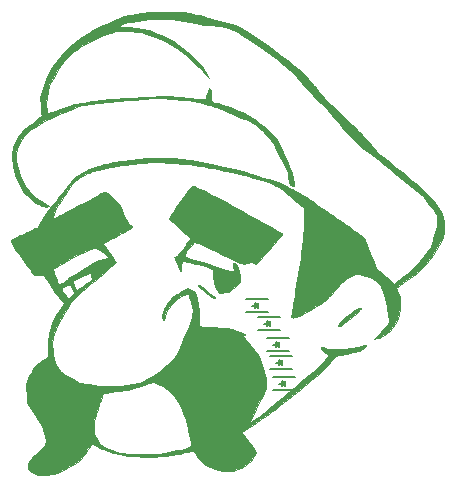
<source format=gto>
G04 #@! TF.FileFunction,Legend,Top*
%FSLAX46Y46*%
G04 Gerber Fmt 4.6, Leading zero omitted, Abs format (unit mm)*
G04 Created by KiCad (PCBNEW 4.0.5+dfsg1-4) date Sat Aug 24 03:06:04 2019*
%MOMM*%
%LPD*%
G01*
G04 APERTURE LIST*
%ADD10C,0.100000*%
%ADD11C,0.010000*%
%ADD12C,0.150000*%
G04 APERTURE END LIST*
D10*
D11*
G36*
X148064176Y-81282238D02*
X148416335Y-81288901D01*
X148765397Y-81299060D01*
X149083656Y-81311915D01*
X149330834Y-81325804D01*
X149488384Y-81336923D01*
X149628981Y-81348565D01*
X149761830Y-81362660D01*
X149896138Y-81381137D01*
X150041111Y-81405924D01*
X150205955Y-81438952D01*
X150399878Y-81482150D01*
X150632085Y-81537446D01*
X150911784Y-81606770D01*
X151248179Y-81692051D01*
X151650478Y-81795219D01*
X151997834Y-81884679D01*
X153987500Y-82397489D01*
X154622500Y-82761960D01*
X155347557Y-83198980D01*
X156119982Y-83704828D01*
X156938800Y-84278824D01*
X157803035Y-84920288D01*
X158538013Y-85490702D01*
X158896866Y-85776248D01*
X159199028Y-86022221D01*
X159455750Y-86239567D01*
X159678281Y-86439235D01*
X159877873Y-86632172D01*
X160065775Y-86829325D01*
X160253239Y-87041642D01*
X160451514Y-87280070D01*
X160671852Y-87555557D01*
X160710899Y-87605067D01*
X160887874Y-87829730D01*
X161039415Y-88020916D01*
X161173147Y-88186728D01*
X161296699Y-88335270D01*
X161417698Y-88474644D01*
X161543772Y-88612952D01*
X161682547Y-88758298D01*
X161841650Y-88918785D01*
X162028711Y-89102516D01*
X162251354Y-89317592D01*
X162517209Y-89572118D01*
X162833901Y-89874197D01*
X162960060Y-89994464D01*
X163395061Y-90409918D01*
X163773405Y-90773069D01*
X164100401Y-91089308D01*
X164381356Y-91364029D01*
X164621579Y-91602626D01*
X164826376Y-91810490D01*
X165001057Y-91993014D01*
X165150928Y-92155592D01*
X165281298Y-92303616D01*
X165397473Y-92442480D01*
X165504763Y-92577575D01*
X165513346Y-92588672D01*
X165660692Y-92771500D01*
X165819578Y-92951119D01*
X165998035Y-93134823D01*
X166204094Y-93329906D01*
X166445787Y-93543664D01*
X166731145Y-93783390D01*
X167068200Y-94056379D01*
X167464983Y-94369925D01*
X167534167Y-94424046D01*
X168249604Y-94992235D01*
X168890782Y-95520780D01*
X169458070Y-96010026D01*
X169951836Y-96460317D01*
X170372449Y-96871997D01*
X170720279Y-97245411D01*
X170995694Y-97580903D01*
X171145994Y-97793982D01*
X171337496Y-98117280D01*
X171477584Y-98427903D01*
X171574795Y-98751965D01*
X171637663Y-99115582D01*
X171663539Y-99377500D01*
X171679318Y-99599426D01*
X171685126Y-99763197D01*
X171678937Y-99894954D01*
X171658727Y-100020835D01*
X171622469Y-100166979D01*
X171594660Y-100266500D01*
X171458477Y-100649736D01*
X171261567Y-101065354D01*
X171013115Y-101497979D01*
X170722307Y-101932238D01*
X170398329Y-102352757D01*
X170231965Y-102547208D01*
X169850152Y-102953306D01*
X169449477Y-103328145D01*
X169011586Y-103687357D01*
X168518121Y-104046573D01*
X168288276Y-104202269D01*
X167603053Y-104657765D01*
X167709784Y-104896299D01*
X167814896Y-105135761D01*
X167888723Y-105319878D01*
X167936906Y-105469495D01*
X167965091Y-105605454D01*
X167978922Y-105748601D01*
X167983881Y-105908583D01*
X167964908Y-106425731D01*
X167888887Y-106889053D01*
X167751794Y-107310727D01*
X167549608Y-107702931D01*
X167278305Y-108077845D01*
X167260158Y-108099560D01*
X167092099Y-108287687D01*
X166933071Y-108434842D01*
X166751615Y-108567595D01*
X166576701Y-108676787D01*
X166338472Y-108810014D01*
X166148757Y-108894543D01*
X165992057Y-108937090D01*
X165967834Y-108940600D01*
X165756167Y-108967247D01*
X166315450Y-108405707D01*
X166535440Y-108179219D01*
X166715525Y-107982279D01*
X166848768Y-107822904D01*
X166928233Y-107709111D01*
X166942049Y-107681553D01*
X166972823Y-107579684D01*
X166987857Y-107452728D01*
X166986355Y-107290534D01*
X166967523Y-107082949D01*
X166930564Y-106819823D01*
X166874682Y-106491005D01*
X166829576Y-106246467D01*
X166750198Y-105845600D01*
X166674959Y-105513653D01*
X166599214Y-105235338D01*
X166518317Y-104995367D01*
X166427622Y-104778451D01*
X166322483Y-104569301D01*
X166316650Y-104558565D01*
X166211411Y-104375353D01*
X166118847Y-104244577D01*
X166017547Y-104141168D01*
X165886097Y-104040062D01*
X165855545Y-104018766D01*
X165642779Y-103897038D01*
X165371684Y-103779054D01*
X165068448Y-103673599D01*
X164759260Y-103589457D01*
X164470306Y-103535414D01*
X164386326Y-103525906D01*
X164105167Y-103500257D01*
X163622560Y-103773290D01*
X163437097Y-103880113D01*
X163291691Y-103971267D01*
X163168881Y-104061422D01*
X163051211Y-104165251D01*
X162921221Y-104297423D01*
X162761453Y-104472610D01*
X162675168Y-104569411D01*
X162495701Y-104773033D01*
X162314676Y-104981281D01*
X162149045Y-105174467D01*
X162015760Y-105332899D01*
X161972442Y-105385649D01*
X161882440Y-105490455D01*
X161783788Y-105590820D01*
X161667921Y-105692884D01*
X161526274Y-105802788D01*
X161350283Y-105926670D01*
X161131382Y-106070673D01*
X160861007Y-106240935D01*
X160530592Y-106443598D01*
X160311907Y-106576088D01*
X159997041Y-106756542D01*
X159692915Y-106912560D01*
X159412190Y-107038714D01*
X159167529Y-107129576D01*
X158971598Y-107179716D01*
X158884515Y-107188000D01*
X158791115Y-107178984D01*
X158755215Y-107134964D01*
X158750000Y-107059390D01*
X158756836Y-106992663D01*
X158776430Y-106851185D01*
X158807413Y-106643686D01*
X158848417Y-106378895D01*
X158898071Y-106065542D01*
X158955007Y-105712357D01*
X159017855Y-105328068D01*
X159085246Y-104921404D01*
X159086986Y-104910974D01*
X159162346Y-104457345D01*
X159239838Y-103987316D01*
X159316995Y-103516095D01*
X159391348Y-103058890D01*
X159460430Y-102630910D01*
X159521772Y-102247361D01*
X159572906Y-101923453D01*
X159596467Y-101771805D01*
X159768962Y-100652443D01*
X159778064Y-99276807D01*
X159787167Y-97901171D01*
X159342667Y-97501334D01*
X158999366Y-97199147D01*
X158658772Y-96911787D01*
X158331491Y-96647526D01*
X158028128Y-96414637D01*
X157759287Y-96221390D01*
X157535574Y-96076058D01*
X157458656Y-96031859D01*
X157277622Y-95942209D01*
X157046093Y-95840561D01*
X156794533Y-95739712D01*
X156564763Y-95656311D01*
X156261897Y-95557255D01*
X155912699Y-95449688D01*
X155533130Y-95337966D01*
X155139155Y-95226444D01*
X154746736Y-95119478D01*
X154371838Y-95021424D01*
X154030422Y-94936638D01*
X153738453Y-94869474D01*
X153521834Y-94826032D01*
X153353947Y-94795739D01*
X153117566Y-94752253D01*
X152827352Y-94698315D01*
X152497964Y-94636664D01*
X152144062Y-94570041D01*
X151780307Y-94501184D01*
X151595667Y-94466079D01*
X151209582Y-94392844D01*
X150889695Y-94333507D01*
X150619070Y-94285919D01*
X150380772Y-94247934D01*
X150157865Y-94217405D01*
X149933414Y-94192184D01*
X149690484Y-94170124D01*
X149412139Y-94149078D01*
X149081444Y-94126900D01*
X148757469Y-94106244D01*
X147337437Y-94016466D01*
X145794135Y-94146409D01*
X145386762Y-94180978D01*
X145049067Y-94210786D01*
X144766342Y-94237924D01*
X144523876Y-94264483D01*
X144306960Y-94292553D01*
X144100884Y-94324226D01*
X143890937Y-94361592D01*
X143662410Y-94406743D01*
X143400593Y-94461769D01*
X143090776Y-94528761D01*
X143065500Y-94534260D01*
X142718274Y-94610153D01*
X142440512Y-94672383D01*
X142218884Y-94724998D01*
X142040061Y-94772047D01*
X141890712Y-94817577D01*
X141757509Y-94865638D01*
X141627122Y-94920277D01*
X141486220Y-94985542D01*
X141329834Y-95061393D01*
X141078916Y-95188208D01*
X140864085Y-95308708D01*
X140675637Y-95432455D01*
X140503873Y-95569008D01*
X140339090Y-95727929D01*
X140171587Y-95918777D01*
X139991663Y-96151114D01*
X139789617Y-96434501D01*
X139555747Y-96778497D01*
X139494488Y-96870111D01*
X139224453Y-97281817D01*
X139007314Y-97628206D01*
X138842754Y-97909810D01*
X138730454Y-98127164D01*
X138697694Y-98202138D01*
X138624592Y-98403333D01*
X138576478Y-98577610D01*
X138555851Y-98711129D01*
X138565209Y-98790052D01*
X138588750Y-98805516D01*
X138640857Y-98786146D01*
X138758372Y-98731748D01*
X138932003Y-98647145D01*
X139152458Y-98537160D01*
X139410442Y-98406617D01*
X139696664Y-98260338D01*
X140001830Y-98103148D01*
X140316648Y-97939868D01*
X140631825Y-97775322D01*
X140938068Y-97614334D01*
X141226085Y-97461727D01*
X141486581Y-97322323D01*
X141710265Y-97200946D01*
X141887844Y-97102419D01*
X142010024Y-97031565D01*
X142028334Y-97020303D01*
X142281577Y-96863141D01*
X142476165Y-96746863D01*
X142624464Y-96666271D01*
X142738843Y-96616161D01*
X142831671Y-96591334D01*
X142915314Y-96586588D01*
X143002143Y-96596722D01*
X143025595Y-96600934D01*
X143105923Y-96620251D01*
X143181264Y-96651980D01*
X143263894Y-96705503D01*
X143366094Y-96790201D01*
X143500143Y-96915454D01*
X143678318Y-97090644D01*
X143716932Y-97129111D01*
X144209202Y-97620099D01*
X144478259Y-98315090D01*
X144602408Y-98625542D01*
X144709265Y-98866319D01*
X144805888Y-99048835D01*
X144899332Y-99184503D01*
X144996656Y-99284740D01*
X145104916Y-99360958D01*
X145135495Y-99378124D01*
X145230777Y-99435205D01*
X145283981Y-99478278D01*
X145288000Y-99486399D01*
X145275342Y-99516763D01*
X145233043Y-99558318D01*
X145154621Y-99614925D01*
X145033593Y-99690446D01*
X144863473Y-99788743D01*
X144637780Y-99913679D01*
X144350029Y-100069114D01*
X143993736Y-100258911D01*
X143969304Y-100271864D01*
X143681677Y-100424759D01*
X143418135Y-100565681D01*
X143188016Y-100689571D01*
X143000654Y-100791372D01*
X142865385Y-100866026D01*
X142791546Y-100908477D01*
X142780909Y-100915664D01*
X142793670Y-100958217D01*
X142852652Y-101048654D01*
X142947384Y-101171974D01*
X143022853Y-101262292D01*
X143133355Y-101396676D01*
X143262388Y-101563075D01*
X143400358Y-101747951D01*
X143537669Y-101937770D01*
X143664726Y-102118997D01*
X143771934Y-102278097D01*
X143849698Y-102401533D01*
X143888421Y-102475772D01*
X143891000Y-102486904D01*
X143879047Y-102510546D01*
X143840225Y-102554529D01*
X143770093Y-102622721D01*
X143664209Y-102718989D01*
X143518132Y-102847200D01*
X143327421Y-103011223D01*
X143087633Y-103214925D01*
X142794327Y-103462173D01*
X142443062Y-103756836D01*
X142176500Y-103979851D01*
X141734371Y-104351980D01*
X141353757Y-104678317D01*
X141028930Y-104964516D01*
X140754162Y-105216232D01*
X140523725Y-105439121D01*
X140331892Y-105638839D01*
X140172936Y-105821039D01*
X140041128Y-105991377D01*
X139930741Y-106155510D01*
X139870529Y-106256667D01*
X139745669Y-106473049D01*
X139598808Y-106722347D01*
X139452921Y-106965746D01*
X139381565Y-107082805D01*
X139177830Y-107418961D01*
X139015389Y-107699751D01*
X138887701Y-107939670D01*
X138788229Y-108153210D01*
X138710433Y-108354868D01*
X138647775Y-108559136D01*
X138593714Y-108780510D01*
X138573848Y-108873175D01*
X138456546Y-109436516D01*
X138525644Y-110037342D01*
X138556628Y-110290117D01*
X138586712Y-110482846D01*
X138621957Y-110639860D01*
X138668428Y-110785494D01*
X138732187Y-110944079D01*
X138776954Y-111045938D01*
X138903587Y-111305704D01*
X139037512Y-111523600D01*
X139191559Y-111711924D01*
X139378558Y-111882971D01*
X139611339Y-112049039D01*
X139902732Y-112222423D01*
X140135314Y-112347847D01*
X140798224Y-112695626D01*
X141635529Y-112850109D01*
X141919088Y-112901751D01*
X142146607Y-112940296D01*
X142339404Y-112967565D01*
X142518801Y-112985377D01*
X142706117Y-112995555D01*
X142922671Y-112999919D01*
X143189786Y-113000289D01*
X143383000Y-112999354D01*
X143789272Y-112993729D01*
X144134123Y-112981021D01*
X144440612Y-112959798D01*
X144731795Y-112928630D01*
X144907000Y-112904816D01*
X145232329Y-112855767D01*
X145493633Y-112809994D01*
X145710954Y-112760689D01*
X145904331Y-112701043D01*
X146093805Y-112624246D01*
X146299415Y-112523490D01*
X146541201Y-112391966D01*
X146728966Y-112285776D01*
X147045860Y-112100434D01*
X147311619Y-111932404D01*
X147552090Y-111763751D01*
X147793120Y-111576542D01*
X148003894Y-111401213D01*
X148204368Y-111227390D01*
X148395739Y-111055240D01*
X148562663Y-110899017D01*
X148689796Y-110772977D01*
X148744630Y-110713040D01*
X148888780Y-110513940D01*
X149047750Y-110243238D01*
X149216322Y-109911594D01*
X149389276Y-109529670D01*
X149561395Y-109108123D01*
X149664447Y-108834157D01*
X149723630Y-108696919D01*
X149809982Y-108525936D01*
X149903421Y-108360593D01*
X149997322Y-108183324D01*
X150083442Y-107971101D01*
X150168726Y-107705363D01*
X150226351Y-107497603D01*
X150305488Y-107188067D01*
X150359802Y-106942905D01*
X150390865Y-106746045D01*
X150400250Y-106581413D01*
X150389529Y-106432938D01*
X150360277Y-106284546D01*
X150349240Y-106241794D01*
X150315754Y-106126138D01*
X150266906Y-105968539D01*
X150209025Y-105788131D01*
X150148440Y-105604045D01*
X150091479Y-105435414D01*
X150044471Y-105301368D01*
X150013745Y-105221042D01*
X150007257Y-105207981D01*
X149961982Y-105207048D01*
X149861539Y-105226584D01*
X149730882Y-105259700D01*
X149594967Y-105299507D01*
X149478751Y-105339114D01*
X149407188Y-105371632D01*
X149402522Y-105374935D01*
X149059662Y-105652558D01*
X148782392Y-105901615D01*
X148561728Y-106133632D01*
X148388687Y-106360135D01*
X148254285Y-106592649D01*
X148149539Y-106842701D01*
X148078018Y-107074287D01*
X148029925Y-107248956D01*
X147996335Y-107353533D01*
X147969937Y-107399731D01*
X147943416Y-107399264D01*
X147909459Y-107363847D01*
X147902545Y-107355347D01*
X147834538Y-107205495D01*
X147828786Y-107006270D01*
X147883484Y-106763657D01*
X147996827Y-106483644D01*
X148167011Y-106172217D01*
X148337786Y-105911728D01*
X148467737Y-105728190D01*
X148570324Y-105594071D01*
X148664665Y-105491583D01*
X148769879Y-105402939D01*
X148905084Y-105310351D01*
X149089398Y-105196032D01*
X149140334Y-105165046D01*
X149338172Y-105046183D01*
X149526320Y-104935610D01*
X149684650Y-104844998D01*
X149793039Y-104786017D01*
X149800275Y-104782349D01*
X149973384Y-104695559D01*
X150249895Y-104824032D01*
X150407891Y-104904334D01*
X150510011Y-104978632D01*
X150580745Y-105067563D01*
X150616537Y-105132973D01*
X150670951Y-105259062D01*
X150703026Y-105366506D01*
X150706667Y-105397364D01*
X150715176Y-105467792D01*
X150738533Y-105603409D01*
X150773487Y-105786697D01*
X150816785Y-106000137D01*
X150832266Y-106073807D01*
X150881608Y-106312955D01*
X150915065Y-106500852D01*
X150934785Y-106664069D01*
X150942918Y-106829176D01*
X150941613Y-107022743D01*
X150933020Y-107271342D01*
X150931722Y-107303193D01*
X150905579Y-107940059D01*
X151240039Y-107965266D01*
X151406083Y-107976243D01*
X151630734Y-107988958D01*
X151887990Y-108002040D01*
X152151851Y-108014121D01*
X152230667Y-108017438D01*
X152774831Y-108053764D01*
X153288199Y-108115528D01*
X153756775Y-108200321D01*
X154166562Y-108305732D01*
X154421746Y-108394797D01*
X154629131Y-108482056D01*
X154771731Y-108551150D01*
X154845106Y-108599474D01*
X154844813Y-108624423D01*
X154818254Y-108627334D01*
X154750740Y-108641324D01*
X154660578Y-108671285D01*
X154544977Y-108715236D01*
X154697092Y-108872368D01*
X154810740Y-108996013D01*
X154955973Y-109163348D01*
X155122877Y-109361982D01*
X155301536Y-109579524D01*
X155482035Y-109803580D01*
X155654459Y-110021759D01*
X155808892Y-110221670D01*
X155935420Y-110390920D01*
X156024127Y-110517118D01*
X156059165Y-110574667D01*
X156122702Y-110722539D01*
X156197752Y-110935080D01*
X156279277Y-111193927D01*
X156362242Y-111480715D01*
X156441609Y-111777079D01*
X156512343Y-112064657D01*
X156569405Y-112325083D01*
X156607761Y-112539994D01*
X156616468Y-112606667D01*
X156615284Y-112877188D01*
X156561316Y-113187788D01*
X156460200Y-113517260D01*
X156317572Y-113844400D01*
X156257675Y-113956583D01*
X156163551Y-114129117D01*
X156045773Y-114352865D01*
X155917341Y-114602720D01*
X155791255Y-114853573D01*
X155751049Y-114935000D01*
X155634089Y-115170989D01*
X155515920Y-115405679D01*
X155407703Y-115617151D01*
X155320600Y-115783481D01*
X155293205Y-115834228D01*
X155221610Y-115972016D01*
X155173158Y-116079287D01*
X155156428Y-116136639D01*
X155157775Y-116140553D01*
X155202877Y-116129498D01*
X155302397Y-116073935D01*
X155444651Y-115982259D01*
X155617953Y-115862866D01*
X155810620Y-115724152D01*
X156010967Y-115574513D01*
X156207309Y-115422346D01*
X156387963Y-115276047D01*
X156527500Y-115156315D01*
X156666652Y-115035438D01*
X156860139Y-114871841D01*
X157095971Y-114675428D01*
X157362156Y-114456106D01*
X157646706Y-114223778D01*
X157937629Y-113988350D01*
X158072667Y-113879837D01*
X158536460Y-113505030D01*
X158990520Y-113132289D01*
X159428797Y-112766898D01*
X159845245Y-112414141D01*
X160233816Y-112079301D01*
X160588461Y-111767663D01*
X160903133Y-111484509D01*
X161171784Y-111235125D01*
X161388367Y-111024793D01*
X161546833Y-110858798D01*
X161596917Y-110800769D01*
X161714541Y-110653680D01*
X161808655Y-110528159D01*
X161867917Y-110439825D01*
X161882667Y-110407295D01*
X161849463Y-110363547D01*
X161761799Y-110290567D01*
X161637593Y-110203050D01*
X161618084Y-110190329D01*
X161433783Y-110052832D01*
X161307099Y-109918755D01*
X161275878Y-109868825D01*
X161230830Y-109746237D01*
X161241440Y-109672880D01*
X161303320Y-109657454D01*
X161369626Y-109682969D01*
X161454819Y-109719543D01*
X161591009Y-109768845D01*
X161740225Y-109817513D01*
X161863793Y-109852639D01*
X161977690Y-109875378D01*
X162102471Y-109887101D01*
X162258696Y-109889182D01*
X162466920Y-109882992D01*
X162619137Y-109876175D01*
X163202104Y-109831551D01*
X163816541Y-109754213D01*
X164418588Y-109650096D01*
X164649990Y-109601418D01*
X164877469Y-109556387D01*
X165026239Y-109540879D01*
X165097275Y-109555802D01*
X165091553Y-109602063D01*
X165010046Y-109680571D01*
X164854466Y-109791744D01*
X164723700Y-109874938D01*
X164604318Y-109939097D01*
X164475870Y-109991903D01*
X164317901Y-110041038D01*
X164109959Y-110094186D01*
X163947684Y-110132357D01*
X163693613Y-110188655D01*
X163431841Y-110242474D01*
X163190945Y-110288190D01*
X162999501Y-110320177D01*
X162977269Y-110323380D01*
X162790688Y-110352788D01*
X162661146Y-110385289D01*
X162561342Y-110431392D01*
X162463972Y-110501603D01*
X162421247Y-110537374D01*
X162314732Y-110642270D01*
X162181118Y-110793789D01*
X162040586Y-110968318D01*
X161955645Y-111082146D01*
X161763145Y-111324242D01*
X161526787Y-111582914D01*
X161268744Y-111836423D01*
X161011191Y-112063031D01*
X160776302Y-112240998D01*
X160767638Y-112246834D01*
X160669129Y-112317725D01*
X160521718Y-112430015D01*
X160341662Y-112571038D01*
X160145217Y-112728126D01*
X160034420Y-112818138D01*
X159809308Y-113000920D01*
X159530024Y-113225748D01*
X159209174Y-113482621D01*
X158859362Y-113761535D01*
X158493194Y-114052487D01*
X158123275Y-114345473D01*
X157762211Y-114630490D01*
X157422606Y-114897535D01*
X157117066Y-115136606D01*
X156908500Y-115298777D01*
X156581510Y-115544871D01*
X156215598Y-115808044D01*
X155833139Y-116072979D01*
X155456505Y-116324360D01*
X155108069Y-116546870D01*
X154907486Y-116668657D01*
X154764033Y-116756025D01*
X154650411Y-116830013D01*
X154585274Y-116878299D01*
X154577522Y-116886612D01*
X154594378Y-116930593D01*
X154655012Y-117030006D01*
X154751592Y-117173166D01*
X154876287Y-117348389D01*
X154992486Y-117505751D01*
X155150934Y-117717509D01*
X155304879Y-117924079D01*
X155441477Y-118108167D01*
X155547884Y-118252479D01*
X155592618Y-118313780D01*
X155755503Y-118538726D01*
X155579257Y-118894404D01*
X155439242Y-119149984D01*
X155290709Y-119356641D01*
X155116830Y-119530112D01*
X154900777Y-119686130D01*
X154625725Y-119840432D01*
X154501415Y-119902288D01*
X154184060Y-120047709D01*
X153911791Y-120148426D01*
X153663231Y-120206373D01*
X153417006Y-120223486D01*
X153151738Y-120201699D01*
X152846054Y-120142948D01*
X152579306Y-120076295D01*
X152300864Y-119997690D01*
X152074418Y-119920631D01*
X151868477Y-119832568D01*
X151651554Y-119720951D01*
X151560703Y-119670321D01*
X151361517Y-119554962D01*
X151216942Y-119461375D01*
X151106439Y-119372332D01*
X151009470Y-119270605D01*
X150905496Y-119138966D01*
X150869407Y-119090443D01*
X150753942Y-118930354D01*
X150649357Y-118778808D01*
X150572258Y-118660114D01*
X150551907Y-118625621D01*
X150500922Y-118543008D01*
X150449023Y-118505090D01*
X150366328Y-118500078D01*
X150262167Y-118511311D01*
X150151616Y-118528911D01*
X149976545Y-118561416D01*
X149755061Y-118605259D01*
X149505271Y-118656869D01*
X149288500Y-118703247D01*
X149000354Y-118763561D01*
X148742932Y-118811248D01*
X148493567Y-118849351D01*
X148229587Y-118880913D01*
X147928324Y-118908979D01*
X147567108Y-118936591D01*
X147531667Y-118939102D01*
X147200952Y-118961689D01*
X146932331Y-118977361D01*
X146703525Y-118986093D01*
X146492259Y-118987859D01*
X146276255Y-118982635D01*
X146033236Y-118970395D01*
X145740926Y-118951114D01*
X145542000Y-118936839D01*
X144838557Y-118871152D01*
X144212974Y-118781767D01*
X143661576Y-118667799D01*
X143180688Y-118528367D01*
X142766635Y-118362588D01*
X142457386Y-118195912D01*
X142294191Y-118096354D01*
X142142324Y-118006371D01*
X142027687Y-117941228D01*
X142002538Y-117927834D01*
X141870910Y-117859985D01*
X141479703Y-118440076D01*
X141285150Y-118718516D01*
X141106563Y-118947087D01*
X140927211Y-119141444D01*
X140730361Y-119317241D01*
X140499284Y-119490134D01*
X140217248Y-119675779D01*
X140045159Y-119782391D01*
X139727466Y-119968439D01*
X139443438Y-120114309D01*
X139161569Y-120233875D01*
X138850353Y-120341009D01*
X138620500Y-120409663D01*
X138394858Y-120463002D01*
X138138988Y-120505491D01*
X137875428Y-120535161D01*
X137626717Y-120550041D01*
X137415395Y-120548162D01*
X137265834Y-120528042D01*
X137109308Y-120468292D01*
X136922392Y-120370488D01*
X136737145Y-120253748D01*
X136585624Y-120137190D01*
X136544398Y-120097802D01*
X136445524Y-119936793D01*
X136423408Y-119740980D01*
X136478091Y-119511384D01*
X136515802Y-119422334D01*
X136553563Y-119342311D01*
X136588736Y-119276141D01*
X136630523Y-119213925D01*
X136688127Y-119145768D01*
X136770749Y-119061772D01*
X136887591Y-118952042D01*
X137047856Y-118806680D01*
X137260746Y-118615790D01*
X137290616Y-118589041D01*
X137496408Y-118403601D01*
X137648076Y-118262648D01*
X137755265Y-118154974D01*
X137827622Y-118069370D01*
X137874792Y-117994630D01*
X137906420Y-117919546D01*
X137927879Y-117848573D01*
X137950871Y-117759377D01*
X137963186Y-117681420D01*
X137962851Y-117598052D01*
X137947892Y-117492622D01*
X137916335Y-117348482D01*
X137866207Y-117148980D01*
X137827116Y-116998547D01*
X137726080Y-116611158D01*
X142020632Y-116611158D01*
X142022476Y-116811542D01*
X142031784Y-116954690D01*
X142054214Y-117068016D01*
X142095423Y-117178930D01*
X142161070Y-117314845D01*
X142169174Y-117330824D01*
X142346515Y-117608680D01*
X142584569Y-117877715D01*
X142860675Y-118114350D01*
X143032992Y-118229665D01*
X143244579Y-118332693D01*
X143531312Y-118435264D01*
X143883705Y-118534506D01*
X144292273Y-118627545D01*
X144449309Y-118658592D01*
X144628318Y-118691816D01*
X144784669Y-118717840D01*
X144932800Y-118737651D01*
X145087148Y-118752232D01*
X145262151Y-118762568D01*
X145472246Y-118769645D01*
X145731871Y-118774446D01*
X146055463Y-118777958D01*
X146219334Y-118779328D01*
X146532107Y-118780969D01*
X146784292Y-118779135D01*
X146998715Y-118772077D01*
X147198204Y-118758047D01*
X147405585Y-118735296D01*
X147643685Y-118702076D01*
X147935329Y-118656637D01*
X148039667Y-118639879D01*
X148380291Y-118580513D01*
X148721624Y-118512861D01*
X149053529Y-118439689D01*
X149365870Y-118363761D01*
X149648509Y-118287845D01*
X149891309Y-118214706D01*
X150084133Y-118147110D01*
X150216844Y-118087822D01*
X150279306Y-118039608D01*
X150282832Y-118027865D01*
X150273392Y-117964839D01*
X150247758Y-117835860D01*
X150209394Y-117657324D01*
X150161765Y-117445631D01*
X150139184Y-117348000D01*
X150078055Y-117079452D01*
X150014849Y-116790897D01*
X149956674Y-116515421D01*
X149910639Y-116286111D01*
X149907264Y-116268500D01*
X149786021Y-115770104D01*
X149610923Y-115276861D01*
X149375195Y-114771954D01*
X149124076Y-114324354D01*
X148988950Y-114100739D01*
X148882297Y-113932813D01*
X148789554Y-113803352D01*
X148696158Y-113695132D01*
X148587546Y-113590928D01*
X148449156Y-113473516D01*
X148307986Y-113359123D01*
X148056170Y-113164887D01*
X147836550Y-113016502D01*
X147623625Y-112897858D01*
X147451455Y-112818042D01*
X147053744Y-112646338D01*
X146668289Y-112758664D01*
X146476963Y-112817204D01*
X146236120Y-112894989D01*
X145975743Y-112982139D01*
X145725814Y-113068777D01*
X145711334Y-113073911D01*
X145400990Y-113176583D01*
X145125449Y-113252897D01*
X144902392Y-113298133D01*
X144843500Y-113305420D01*
X144712980Y-113319911D01*
X144529764Y-113342846D01*
X144307734Y-113372231D01*
X144060769Y-113406070D01*
X143802750Y-113442366D01*
X143547556Y-113479125D01*
X143309069Y-113514351D01*
X143101169Y-113546048D01*
X142937735Y-113572220D01*
X142832649Y-113590872D01*
X142799607Y-113599282D01*
X142782225Y-113641756D01*
X142741726Y-113752378D01*
X142682360Y-113919177D01*
X142608377Y-114130178D01*
X142524025Y-114373410D01*
X142496205Y-114454154D01*
X142341565Y-114920000D01*
X142220948Y-115322760D01*
X142131463Y-115675545D01*
X142070218Y-115991467D01*
X142034324Y-116283637D01*
X142020890Y-116565164D01*
X142020632Y-116611158D01*
X137726080Y-116611158D01*
X137664206Y-116373927D01*
X137032976Y-115403419D01*
X136401745Y-114432912D01*
X136357539Y-114002137D01*
X136326582Y-113614059D01*
X136314641Y-113250256D01*
X136321476Y-112926000D01*
X136346843Y-112656566D01*
X136381607Y-112486182D01*
X136431325Y-112356522D01*
X136516649Y-112179234D01*
X136625948Y-111976957D01*
X136747591Y-111772331D01*
X136751697Y-111765775D01*
X136886884Y-111555430D01*
X136998585Y-111398144D01*
X137104849Y-111273200D01*
X137223730Y-111159878D01*
X137373278Y-111037463D01*
X137413674Y-111006026D01*
X137583366Y-110878223D01*
X137748720Y-110759709D01*
X137886177Y-110667090D01*
X137947323Y-110629807D01*
X138120813Y-110532279D01*
X138145494Y-109717390D01*
X138155062Y-109427433D01*
X138165569Y-109202365D01*
X138179613Y-109022426D01*
X138199793Y-108867854D01*
X138228705Y-108718888D01*
X138268947Y-108555767D01*
X138323117Y-108358731D01*
X138324963Y-108352167D01*
X138426607Y-107993997D01*
X138511164Y-107706454D01*
X138583245Y-107478328D01*
X138647458Y-107298405D01*
X138708414Y-107155474D01*
X138770722Y-107038324D01*
X138838991Y-106935742D01*
X138917831Y-106836515D01*
X138975310Y-106770334D01*
X139115136Y-106597738D01*
X139252601Y-106403364D01*
X139361209Y-106225069D01*
X139374319Y-106200210D01*
X139520002Y-105915825D01*
X139366585Y-105803997D01*
X139170893Y-105630751D01*
X138955376Y-105383995D01*
X138725575Y-105070994D01*
X138487034Y-104699015D01*
X138481842Y-104690165D01*
X139276667Y-104690165D01*
X139301666Y-104789877D01*
X139367419Y-104930305D01*
X139460057Y-105087474D01*
X139565714Y-105237407D01*
X139650179Y-105335917D01*
X139751717Y-105438027D01*
X139828686Y-105510406D01*
X139863746Y-105537000D01*
X139905954Y-105513737D01*
X139988771Y-105455565D01*
X140021136Y-105431264D01*
X140137067Y-105328191D01*
X140237731Y-105215574D01*
X140247335Y-105202544D01*
X140334907Y-105079561D01*
X139999147Y-104349355D01*
X139860157Y-104407853D01*
X139623194Y-104508722D01*
X139455682Y-104583022D01*
X139348314Y-104635257D01*
X139291781Y-104669930D01*
X139276667Y-104690165D01*
X138481842Y-104690165D01*
X138364931Y-104490924D01*
X138236392Y-104270888D01*
X138111147Y-104066035D01*
X137999495Y-103892528D01*
X137911732Y-103766531D01*
X137872452Y-103717852D01*
X137737066Y-103570871D01*
X137338896Y-103576440D01*
X136940725Y-103582009D01*
X136743446Y-103305266D01*
X136661774Y-103191958D01*
X136602903Y-103111078D01*
X138563410Y-103111078D01*
X138751497Y-103636122D01*
X138825421Y-103841131D01*
X138892340Y-104024249D01*
X138945433Y-104166980D01*
X138977880Y-104250825D01*
X138980218Y-104256417D01*
X139052580Y-104334652D01*
X139170847Y-104345194D01*
X139330306Y-104288218D01*
X139415091Y-104240073D01*
X139483073Y-104190476D01*
X140250334Y-104190476D01*
X140267073Y-104277659D01*
X140310492Y-104403665D01*
X140370393Y-104546410D01*
X140436580Y-104683813D01*
X140498856Y-104793791D01*
X140547023Y-104854261D01*
X140559351Y-104859667D01*
X140605848Y-104836956D01*
X140708273Y-104774589D01*
X140853023Y-104681216D01*
X141026492Y-104565486D01*
X141090272Y-104522121D01*
X141283147Y-104388811D01*
X141463141Y-104261626D01*
X141612415Y-104153358D01*
X141713132Y-104076799D01*
X141726772Y-104065673D01*
X141869198Y-103946771D01*
X141815795Y-103708139D01*
X141781954Y-103570070D01*
X141750655Y-103464137D01*
X141734294Y-103424046D01*
X141686673Y-103421978D01*
X141578120Y-103450766D01*
X141423828Y-103504207D01*
X141238991Y-103576099D01*
X141038802Y-103660237D01*
X140838456Y-103750419D01*
X140653144Y-103840441D01*
X140498060Y-103924101D01*
X140472584Y-103939176D01*
X140344081Y-104023838D01*
X140275976Y-104092243D01*
X140251613Y-104163226D01*
X140250334Y-104190476D01*
X139483073Y-104190476D01*
X139552001Y-104140190D01*
X139678883Y-104024658D01*
X139711801Y-103988336D01*
X139805781Y-103904352D01*
X139961315Y-103797226D01*
X140162279Y-103677503D01*
X140304467Y-103600613D01*
X140508507Y-103488906D01*
X140757232Y-103344484D01*
X141025446Y-103182436D01*
X141287955Y-103017851D01*
X141414500Y-102935840D01*
X141707766Y-102745651D01*
X141946358Y-102597968D01*
X142144389Y-102485934D01*
X142315973Y-102402695D01*
X142475223Y-102341392D01*
X142636254Y-102295170D01*
X142810476Y-102257690D01*
X142972363Y-102222861D01*
X143102498Y-102187738D01*
X143177831Y-102158739D01*
X143185285Y-102153315D01*
X143185728Y-102097880D01*
X143131251Y-102004721D01*
X143034283Y-101887427D01*
X142907254Y-101759583D01*
X142762591Y-101634776D01*
X142612724Y-101526593D01*
X142610903Y-101525424D01*
X142382627Y-101400625D01*
X142175127Y-101336096D01*
X142123074Y-101328109D01*
X142049966Y-101320442D01*
X141983352Y-101320070D01*
X141911818Y-101331262D01*
X141823950Y-101358283D01*
X141708332Y-101405399D01*
X141553551Y-101476878D01*
X141348190Y-101576984D01*
X141080836Y-101709985D01*
X141019824Y-101740458D01*
X140460052Y-102021725D01*
X139976838Y-102268038D01*
X139569734Y-102479637D01*
X139238291Y-102656762D01*
X138982063Y-102799654D01*
X138800601Y-102908552D01*
X138693458Y-102983698D01*
X138676622Y-102998816D01*
X138563410Y-103111078D01*
X136602903Y-103111078D01*
X136539595Y-103024104D01*
X136386790Y-102815197D01*
X136213239Y-102578731D01*
X136028824Y-102328199D01*
X135917022Y-102176678D01*
X135682413Y-101851500D01*
X135474710Y-101548628D01*
X135298686Y-101275917D01*
X135159119Y-101041221D01*
X135060782Y-100852396D01*
X135008450Y-100717294D01*
X135001000Y-100669953D01*
X135038388Y-100621297D01*
X135143038Y-100547316D01*
X135303675Y-100454321D01*
X135509026Y-100348620D01*
X135747820Y-100236526D01*
X135875842Y-100180223D01*
X136111138Y-100077079D01*
X136383724Y-99954614D01*
X136654699Y-99830429D01*
X136825984Y-99750297D01*
X137033842Y-99649876D01*
X137178493Y-99573231D01*
X137274397Y-99510421D01*
X137336008Y-99451503D01*
X137377786Y-99386537D01*
X137389294Y-99362916D01*
X137480198Y-99184567D01*
X137604430Y-98964904D01*
X137750320Y-98722304D01*
X137906198Y-98475147D01*
X138060393Y-98241811D01*
X138201234Y-98040675D01*
X138317050Y-97890117D01*
X138345334Y-97857379D01*
X138599340Y-97565818D01*
X138874769Y-97230692D01*
X139179511Y-96842180D01*
X139487926Y-96435334D01*
X139709883Y-96141198D01*
X139893749Y-95905189D01*
X140050235Y-95716249D01*
X140190050Y-95563318D01*
X140323906Y-95435337D01*
X140462514Y-95321246D01*
X140616584Y-95209986D01*
X140779500Y-95101716D01*
X141047392Y-94938253D01*
X141324589Y-94792024D01*
X141637428Y-94649943D01*
X141922500Y-94533828D01*
X142143606Y-94448480D01*
X142335927Y-94378683D01*
X142516431Y-94319864D01*
X142702087Y-94267450D01*
X142909864Y-94216868D01*
X143156731Y-94163544D01*
X143459658Y-94102905D01*
X143679334Y-94060348D01*
X144423955Y-93927939D01*
X145128720Y-93826584D01*
X145819572Y-93753918D01*
X146522455Y-93707578D01*
X147263315Y-93685199D01*
X147824987Y-93682552D01*
X148184650Y-93684730D01*
X148478758Y-93688726D01*
X148726424Y-93695859D01*
X148946758Y-93707449D01*
X149158872Y-93724813D01*
X149381876Y-93749269D01*
X149634884Y-93782137D01*
X149937004Y-93824735D01*
X149983987Y-93831504D01*
X150282372Y-93877978D01*
X150645315Y-93940083D01*
X151054870Y-94014449D01*
X151493090Y-94097704D01*
X151942027Y-94186474D01*
X152383735Y-94277389D01*
X152585802Y-94320345D01*
X153074020Y-94426692D01*
X153496807Y-94522229D01*
X153871989Y-94611539D01*
X154217391Y-94699204D01*
X154550837Y-94789808D01*
X154890153Y-94887934D01*
X155253164Y-94998165D01*
X155400969Y-95044161D01*
X155931480Y-95210223D01*
X156387604Y-95353314D01*
X156775777Y-95475674D01*
X157102439Y-95579544D01*
X157374026Y-95667164D01*
X157596978Y-95740774D01*
X157777732Y-95802615D01*
X157922726Y-95854926D01*
X158038398Y-95899948D01*
X158131187Y-95939922D01*
X158207530Y-95977086D01*
X158273865Y-96013683D01*
X158336630Y-96051951D01*
X158383565Y-96082017D01*
X158556342Y-96184892D01*
X158771528Y-96300316D01*
X158992976Y-96409259D01*
X159082520Y-96449989D01*
X159296649Y-96554420D01*
X159531442Y-96689655D01*
X159799976Y-96863831D01*
X160115326Y-97085086D01*
X160189334Y-97138738D01*
X160377740Y-97274154D01*
X160624596Y-97448766D01*
X160918164Y-97654419D01*
X161246705Y-97882960D01*
X161598480Y-98126234D01*
X161961753Y-98376084D01*
X162324784Y-98624358D01*
X162475334Y-98726862D01*
X162944984Y-99046001D01*
X163349893Y-99321165D01*
X163695086Y-99556347D01*
X163985587Y-99755543D01*
X164226420Y-99922747D01*
X164422609Y-100061956D01*
X164579178Y-100177164D01*
X164701153Y-100272366D01*
X164793557Y-100351557D01*
X164861414Y-100418732D01*
X164909750Y-100477887D01*
X164943588Y-100533016D01*
X164967952Y-100588114D01*
X164987867Y-100647177D01*
X165008358Y-100714200D01*
X165019774Y-100750070D01*
X165066765Y-100881827D01*
X165139752Y-101072112D01*
X165231128Y-101301740D01*
X165333285Y-101551527D01*
X165415620Y-101748167D01*
X165524967Y-102007609D01*
X165634035Y-102268483D01*
X165733969Y-102509463D01*
X165815915Y-102709225D01*
X165858771Y-102815468D01*
X165931000Y-102988552D01*
X165991328Y-103103300D01*
X166055491Y-103181402D01*
X166139229Y-103244548D01*
X166194191Y-103277779D01*
X166307889Y-103354189D01*
X166473336Y-103479545D01*
X166680086Y-103645343D01*
X166917697Y-103843079D01*
X167175722Y-104064250D01*
X167374835Y-104239043D01*
X167469504Y-104323000D01*
X167874013Y-104045257D01*
X168313429Y-103713539D01*
X168765469Y-103316062D01*
X169215535Y-102867238D01*
X169649027Y-102381479D01*
X169985830Y-101960506D01*
X170532494Y-101240167D01*
X170740374Y-100584000D01*
X170863708Y-100167015D01*
X170963154Y-99773304D01*
X171037315Y-99412141D01*
X171084792Y-99092799D01*
X171104188Y-98824552D01*
X171094103Y-98616674D01*
X171056788Y-98485163D01*
X171012181Y-98415576D01*
X170923943Y-98291263D01*
X170800806Y-98124032D01*
X170651500Y-97925690D01*
X170484756Y-97708044D01*
X170427538Y-97634185D01*
X169862500Y-96906869D01*
X167816041Y-95229975D01*
X167447177Y-94928601D01*
X167090584Y-94638933D01*
X166752842Y-94366208D01*
X166440531Y-94115663D01*
X166160232Y-93892535D01*
X165918525Y-93702060D01*
X165721992Y-93549477D01*
X165577211Y-93440021D01*
X165490763Y-93378929D01*
X165487708Y-93376999D01*
X165253521Y-93213844D01*
X164977435Y-92993061D01*
X164669176Y-92724126D01*
X164338470Y-92416519D01*
X163995044Y-92079716D01*
X163648623Y-91723195D01*
X163308933Y-91356435D01*
X162985702Y-90988912D01*
X162761444Y-90720334D01*
X162470186Y-90374030D01*
X162127826Y-89986635D01*
X161747343Y-89572390D01*
X161341718Y-89145535D01*
X161102224Y-88900000D01*
X160774895Y-88566728D01*
X160499728Y-88284072D01*
X160268665Y-88043138D01*
X160073649Y-87835028D01*
X159906620Y-87650848D01*
X159759519Y-87481700D01*
X159624290Y-87318689D01*
X159492872Y-87152919D01*
X159357208Y-86975493D01*
X159348732Y-86964249D01*
X159244685Y-86830867D01*
X159137811Y-86705728D01*
X159018591Y-86579989D01*
X158877502Y-86444806D01*
X158705025Y-86291335D01*
X158491640Y-86110733D01*
X158227826Y-85894157D01*
X157988000Y-85700266D01*
X157499027Y-85316259D01*
X156958478Y-84908737D01*
X156386197Y-84491764D01*
X155802025Y-84079401D01*
X155225804Y-83685713D01*
X154677374Y-83324762D01*
X154299611Y-83086084D01*
X154062722Y-82958703D01*
X153769205Y-82829881D01*
X153446343Y-82709464D01*
X153121419Y-82607298D01*
X152821715Y-82533232D01*
X152712509Y-82513281D01*
X152557708Y-82492324D01*
X152345215Y-82468474D01*
X152101814Y-82444519D01*
X151854289Y-82423248D01*
X151828500Y-82421234D01*
X151372241Y-82380184D01*
X150972822Y-82330488D01*
X150602529Y-82267843D01*
X150233647Y-82187947D01*
X150076475Y-82149229D01*
X149645592Y-82055913D01*
X149159902Y-81978209D01*
X148648381Y-81919522D01*
X148140002Y-81883255D01*
X147722167Y-81872591D01*
X147238987Y-81885175D01*
X146717508Y-81921112D01*
X146184301Y-81977316D01*
X145665938Y-82050697D01*
X145188991Y-82138169D01*
X144930087Y-82197041D01*
X144631837Y-82276217D01*
X144398621Y-82348734D01*
X144233305Y-82412847D01*
X144138749Y-82466815D01*
X144117819Y-82508894D01*
X144173375Y-82537341D01*
X144308282Y-82550413D01*
X144348582Y-82551051D01*
X144445481Y-82556976D01*
X144612082Y-82573064D01*
X144834244Y-82597698D01*
X145097823Y-82629260D01*
X145388680Y-82666132D01*
X145605500Y-82694851D01*
X146663834Y-82837599D01*
X147625243Y-83259895D01*
X147931387Y-83395150D01*
X148176322Y-83506417D01*
X148376685Y-83602999D01*
X148549114Y-83694201D01*
X148710245Y-83789326D01*
X148876716Y-83897679D01*
X149065165Y-84028563D01*
X149292227Y-84191283D01*
X149297410Y-84195022D01*
X149814671Y-84588403D01*
X150289204Y-84989582D01*
X150544710Y-85227011D01*
X150753683Y-85432041D01*
X150916003Y-85600469D01*
X151047936Y-85752352D01*
X151165745Y-85907746D01*
X151285694Y-86086707D01*
X151424048Y-86309290D01*
X151429149Y-86317667D01*
X151777044Y-86889167D01*
X151083105Y-86173517D01*
X150430927Y-85534078D01*
X149788671Y-84972737D01*
X149149333Y-84484636D01*
X148505906Y-84064915D01*
X147851385Y-83708716D01*
X147178764Y-83411181D01*
X147003413Y-83344077D01*
X146711577Y-83238793D01*
X146468542Y-83159662D01*
X146245469Y-83099057D01*
X146013521Y-83049355D01*
X145743861Y-83002928D01*
X145669000Y-82991221D01*
X145134162Y-82923893D01*
X144639148Y-82891819D01*
X144481904Y-82889344D01*
X144263979Y-82890235D01*
X144097651Y-82896463D01*
X143957256Y-82912395D01*
X143817132Y-82942400D01*
X143651615Y-82990844D01*
X143435042Y-83062095D01*
X143402404Y-83073057D01*
X143147921Y-83163425D01*
X142890133Y-83265629D01*
X142617647Y-83385098D01*
X142319070Y-83527264D01*
X141983008Y-83697557D01*
X141598069Y-83901406D01*
X141152858Y-84144243D01*
X141139334Y-84151701D01*
X140880208Y-84295701D01*
X140678460Y-84412198D01*
X140516843Y-84513687D01*
X140378111Y-84612666D01*
X140245020Y-84721630D01*
X140100324Y-84853076D01*
X139926778Y-85019501D01*
X139882936Y-85062126D01*
X139727266Y-85214419D01*
X139600556Y-85342361D01*
X139493555Y-85458384D01*
X139397011Y-85574917D01*
X139301675Y-85704391D01*
X139198294Y-85859236D01*
X139077619Y-86051882D01*
X138930397Y-86294761D01*
X138784991Y-86537428D01*
X138202610Y-87510922D01*
X138106370Y-88025544D01*
X138032684Y-88546496D01*
X138008399Y-89074625D01*
X138009505Y-89357424D01*
X138016231Y-89566210D01*
X138030551Y-89711557D01*
X138054435Y-89804042D01*
X138089855Y-89854239D01*
X138138783Y-89872723D01*
X138157371Y-89873667D01*
X138224640Y-89859459D01*
X138358169Y-89819694D01*
X138544989Y-89758662D01*
X138772129Y-89680652D01*
X139026617Y-89589954D01*
X139136330Y-89549921D01*
X139451263Y-89434956D01*
X139718474Y-89340195D01*
X139952909Y-89261923D01*
X140169513Y-89196427D01*
X140383232Y-89139993D01*
X140609011Y-89088905D01*
X140861795Y-89039451D01*
X141156529Y-88987916D01*
X141508160Y-88930586D01*
X141838860Y-88878307D01*
X142233414Y-88817501D01*
X142565113Y-88769647D01*
X142854418Y-88732632D01*
X143121790Y-88704348D01*
X143387690Y-88682684D01*
X143672580Y-88665529D01*
X143996921Y-88650772D01*
X144075161Y-88647656D01*
X144430882Y-88632363D01*
X144822807Y-88613174D01*
X145221782Y-88591670D01*
X145598652Y-88569433D01*
X145924263Y-88548044D01*
X145965334Y-88545118D01*
X146304534Y-88522598D01*
X146687035Y-88500377D01*
X147078139Y-88480274D01*
X147443149Y-88464110D01*
X147658667Y-88456300D01*
X147894416Y-88449556D01*
X148099627Y-88446138D01*
X148288677Y-88446866D01*
X148475945Y-88452561D01*
X148675811Y-88464045D01*
X148902653Y-88482138D01*
X149170850Y-88507661D01*
X149494781Y-88541436D01*
X149876722Y-88582955D01*
X150286115Y-88627419D01*
X150619513Y-88661748D01*
X150885020Y-88685602D01*
X151090740Y-88698639D01*
X151244777Y-88700520D01*
X151355235Y-88690904D01*
X151430217Y-88669450D01*
X151477827Y-88635819D01*
X151506168Y-88589670D01*
X151523345Y-88530662D01*
X151526889Y-88513637D01*
X151553283Y-88412633D01*
X151599659Y-88262458D01*
X151656621Y-88093345D01*
X151664457Y-88071141D01*
X151721408Y-87914837D01*
X151760827Y-87826144D01*
X151792477Y-87792531D01*
X151826125Y-87801464D01*
X151855584Y-87825855D01*
X151891349Y-87869476D01*
X151914527Y-87934083D01*
X151927688Y-88036801D01*
X151933396Y-88194752D01*
X151934333Y-88351203D01*
X151934333Y-88805285D01*
X152071917Y-88909255D01*
X152210803Y-88984168D01*
X152411003Y-89041121D01*
X152548167Y-89065864D01*
X152709658Y-89103212D01*
X152934409Y-89172815D01*
X153209690Y-89269586D01*
X153522775Y-89388437D01*
X153860935Y-89524281D01*
X154211442Y-89672032D01*
X154561569Y-89826601D01*
X154898587Y-89982901D01*
X155151333Y-90106333D01*
X155357798Y-90217532D01*
X155565279Y-90346301D01*
X155782923Y-90499861D01*
X156019875Y-90685430D01*
X156285280Y-90910227D01*
X156588284Y-91181471D01*
X156938032Y-91506381D01*
X157004877Y-91569439D01*
X157146288Y-91703533D01*
X157262449Y-91817584D01*
X157359991Y-91922283D01*
X157445545Y-92028320D01*
X157525744Y-92146386D01*
X157607219Y-92287171D01*
X157696602Y-92461366D01*
X157800524Y-92679661D01*
X157925617Y-92952748D01*
X158078513Y-93291317D01*
X158093174Y-93323834D01*
X158288118Y-93759009D01*
X158449801Y-94126853D01*
X158581701Y-94436316D01*
X158687296Y-94696345D01*
X158770065Y-94915890D01*
X158833487Y-95103899D01*
X158881038Y-95269321D01*
X158916199Y-95421106D01*
X158924163Y-95461667D01*
X158967394Y-95694731D01*
X158993143Y-95856652D01*
X159000188Y-95959374D01*
X158987306Y-96014846D01*
X158953278Y-96035013D01*
X158896880Y-96031821D01*
X158866417Y-96026424D01*
X158743574Y-95993487D01*
X158655039Y-95938824D01*
X158593048Y-95848472D01*
X158549834Y-95708464D01*
X158517635Y-95504836D01*
X158503043Y-95372873D01*
X158455547Y-94906373D01*
X157789648Y-93588829D01*
X157610168Y-93234457D01*
X157462376Y-92945508D01*
X157340116Y-92711665D01*
X157237235Y-92522611D01*
X157147578Y-92368030D01*
X157064993Y-92237604D01*
X156983323Y-92121017D01*
X156896417Y-92007951D01*
X156798119Y-91888090D01*
X156719791Y-91795273D01*
X156384862Y-91429832D01*
X156041096Y-91109025D01*
X155901252Y-90994416D01*
X155793054Y-90910449D01*
X155695278Y-90838061D01*
X155598515Y-90772562D01*
X155493354Y-90709266D01*
X155370388Y-90643484D01*
X155220206Y-90570527D01*
X155033400Y-90485709D01*
X154800560Y-90384340D01*
X154512278Y-90261733D01*
X154159144Y-90113199D01*
X153991716Y-90043000D01*
X153652289Y-89900420D01*
X153333251Y-89765796D01*
X153044039Y-89643157D01*
X152794090Y-89536529D01*
X152592842Y-89449940D01*
X152449731Y-89387419D01*
X152374194Y-89352992D01*
X152370139Y-89350950D01*
X152293887Y-89322750D01*
X152148418Y-89279045D01*
X151947000Y-89223431D01*
X151702899Y-89159507D01*
X151429381Y-89090868D01*
X151252841Y-89048001D01*
X150963158Y-88979125D01*
X150721033Y-88923743D01*
X150509795Y-88879314D01*
X150312772Y-88843295D01*
X150113293Y-88813145D01*
X149894688Y-88786323D01*
X149640284Y-88760287D01*
X149333411Y-88732495D01*
X148992167Y-88703338D01*
X148619074Y-88672320D01*
X148313596Y-88648599D01*
X148059036Y-88631732D01*
X147838697Y-88621277D01*
X147635881Y-88616790D01*
X147433891Y-88617828D01*
X147216031Y-88623948D01*
X146965602Y-88634707D01*
X146769667Y-88644372D01*
X146565452Y-88656854D01*
X146298169Y-88676510D01*
X145977270Y-88702412D01*
X145612207Y-88733631D01*
X145212431Y-88769237D01*
X144787393Y-88808300D01*
X144346547Y-88849892D01*
X143899342Y-88893084D01*
X143455232Y-88936945D01*
X143023668Y-88980547D01*
X142614101Y-89022961D01*
X142235983Y-89063256D01*
X141898766Y-89100504D01*
X141611902Y-89133776D01*
X141384842Y-89162142D01*
X141227039Y-89184673D01*
X141169750Y-89194958D01*
X141017498Y-89235729D01*
X140802166Y-89305259D01*
X140538067Y-89397973D01*
X140239515Y-89508296D01*
X139920824Y-89630656D01*
X139596308Y-89759477D01*
X139280279Y-89889185D01*
X138987051Y-90014206D01*
X138730938Y-90128966D01*
X138555943Y-90212863D01*
X138195366Y-90397304D01*
X137834959Y-90588669D01*
X137490446Y-90778169D01*
X137177551Y-90957018D01*
X136911998Y-91116426D01*
X136732186Y-91232141D01*
X136429097Y-91478074D01*
X136144624Y-91786217D01*
X135893536Y-92135517D01*
X135690603Y-92504925D01*
X135550593Y-92873387D01*
X135532005Y-92942834D01*
X135466931Y-93372272D01*
X135473858Y-93841290D01*
X135552595Y-94345233D01*
X135597433Y-94530334D01*
X135692466Y-94849136D01*
X135810623Y-95180794D01*
X135943418Y-95505664D01*
X136082361Y-95804104D01*
X136218963Y-96056469D01*
X136328608Y-96222350D01*
X136577262Y-96528044D01*
X136831519Y-96798571D01*
X137078455Y-97021522D01*
X137305148Y-97184486D01*
X137367451Y-97219916D01*
X137549419Y-97320265D01*
X137756830Y-97440972D01*
X137942834Y-97554695D01*
X138238834Y-97741968D01*
X138119299Y-97787415D01*
X137981514Y-97804635D01*
X137793818Y-97778874D01*
X137576043Y-97715157D01*
X137348019Y-97618508D01*
X137250267Y-97567244D01*
X137132829Y-97489774D01*
X136972937Y-97367848D01*
X136788761Y-97216115D01*
X136598470Y-97049222D01*
X136531278Y-96987611D01*
X136050723Y-96541167D01*
X135696359Y-95834878D01*
X135341994Y-95128590D01*
X135210275Y-94375261D01*
X135163036Y-94100635D01*
X135129963Y-93891036D01*
X135109728Y-93728249D01*
X135101001Y-93594064D01*
X135102456Y-93470268D01*
X135112764Y-93338650D01*
X135125998Y-93219665D01*
X135161771Y-92981291D01*
X135213651Y-92773493D01*
X135292898Y-92556651D01*
X135355765Y-92411295D01*
X135535126Y-92042712D01*
X135717623Y-91738222D01*
X135918332Y-91478096D01*
X136152331Y-91242607D01*
X136411977Y-91029230D01*
X136562795Y-90912381D01*
X136748617Y-90765459D01*
X136939260Y-90612423D01*
X137026374Y-90541574D01*
X137184725Y-90415323D01*
X137331089Y-90304369D01*
X137445865Y-90223274D01*
X137496551Y-90192261D01*
X137563406Y-90152491D01*
X137593546Y-90106160D01*
X137594496Y-90026649D01*
X137577061Y-89907470D01*
X137560174Y-89775998D01*
X137541461Y-89585863D01*
X137523247Y-89362969D01*
X137508416Y-89142667D01*
X137476230Y-88602167D01*
X137691172Y-87830334D01*
X137862720Y-87276540D01*
X138055261Y-86785371D01*
X138280460Y-86335305D01*
X138549980Y-85904819D01*
X138875486Y-85472392D01*
X139135307Y-85165630D01*
X139246686Y-85028330D01*
X139354309Y-84879277D01*
X139379624Y-84840557D01*
X139442454Y-84764083D01*
X139559179Y-84643719D01*
X139718799Y-84489951D01*
X139910314Y-84313267D01*
X140122721Y-84124153D01*
X140217214Y-84042077D01*
X140457877Y-83835732D01*
X140654035Y-83671947D01*
X140823195Y-83538664D01*
X140982867Y-83423822D01*
X141150556Y-83315362D01*
X141343772Y-83201221D01*
X141580022Y-83069342D01*
X141816667Y-82940304D01*
X142282075Y-82697662D01*
X142789124Y-82450734D01*
X143298043Y-82218487D01*
X143615834Y-82082375D01*
X144547167Y-81695610D01*
X145683461Y-81487805D01*
X146021643Y-81426197D01*
X146293212Y-81378154D01*
X146514837Y-81341988D01*
X146703189Y-81316010D01*
X146874935Y-81298534D01*
X147046745Y-81287869D01*
X147235287Y-81282330D01*
X147457232Y-81280226D01*
X147729247Y-81279870D01*
X147736628Y-81279869D01*
X148064176Y-81282238D01*
X148064176Y-81282238D01*
G37*
X148064176Y-81282238D02*
X148416335Y-81288901D01*
X148765397Y-81299060D01*
X149083656Y-81311915D01*
X149330834Y-81325804D01*
X149488384Y-81336923D01*
X149628981Y-81348565D01*
X149761830Y-81362660D01*
X149896138Y-81381137D01*
X150041111Y-81405924D01*
X150205955Y-81438952D01*
X150399878Y-81482150D01*
X150632085Y-81537446D01*
X150911784Y-81606770D01*
X151248179Y-81692051D01*
X151650478Y-81795219D01*
X151997834Y-81884679D01*
X153987500Y-82397489D01*
X154622500Y-82761960D01*
X155347557Y-83198980D01*
X156119982Y-83704828D01*
X156938800Y-84278824D01*
X157803035Y-84920288D01*
X158538013Y-85490702D01*
X158896866Y-85776248D01*
X159199028Y-86022221D01*
X159455750Y-86239567D01*
X159678281Y-86439235D01*
X159877873Y-86632172D01*
X160065775Y-86829325D01*
X160253239Y-87041642D01*
X160451514Y-87280070D01*
X160671852Y-87555557D01*
X160710899Y-87605067D01*
X160887874Y-87829730D01*
X161039415Y-88020916D01*
X161173147Y-88186728D01*
X161296699Y-88335270D01*
X161417698Y-88474644D01*
X161543772Y-88612952D01*
X161682547Y-88758298D01*
X161841650Y-88918785D01*
X162028711Y-89102516D01*
X162251354Y-89317592D01*
X162517209Y-89572118D01*
X162833901Y-89874197D01*
X162960060Y-89994464D01*
X163395061Y-90409918D01*
X163773405Y-90773069D01*
X164100401Y-91089308D01*
X164381356Y-91364029D01*
X164621579Y-91602626D01*
X164826376Y-91810490D01*
X165001057Y-91993014D01*
X165150928Y-92155592D01*
X165281298Y-92303616D01*
X165397473Y-92442480D01*
X165504763Y-92577575D01*
X165513346Y-92588672D01*
X165660692Y-92771500D01*
X165819578Y-92951119D01*
X165998035Y-93134823D01*
X166204094Y-93329906D01*
X166445787Y-93543664D01*
X166731145Y-93783390D01*
X167068200Y-94056379D01*
X167464983Y-94369925D01*
X167534167Y-94424046D01*
X168249604Y-94992235D01*
X168890782Y-95520780D01*
X169458070Y-96010026D01*
X169951836Y-96460317D01*
X170372449Y-96871997D01*
X170720279Y-97245411D01*
X170995694Y-97580903D01*
X171145994Y-97793982D01*
X171337496Y-98117280D01*
X171477584Y-98427903D01*
X171574795Y-98751965D01*
X171637663Y-99115582D01*
X171663539Y-99377500D01*
X171679318Y-99599426D01*
X171685126Y-99763197D01*
X171678937Y-99894954D01*
X171658727Y-100020835D01*
X171622469Y-100166979D01*
X171594660Y-100266500D01*
X171458477Y-100649736D01*
X171261567Y-101065354D01*
X171013115Y-101497979D01*
X170722307Y-101932238D01*
X170398329Y-102352757D01*
X170231965Y-102547208D01*
X169850152Y-102953306D01*
X169449477Y-103328145D01*
X169011586Y-103687357D01*
X168518121Y-104046573D01*
X168288276Y-104202269D01*
X167603053Y-104657765D01*
X167709784Y-104896299D01*
X167814896Y-105135761D01*
X167888723Y-105319878D01*
X167936906Y-105469495D01*
X167965091Y-105605454D01*
X167978922Y-105748601D01*
X167983881Y-105908583D01*
X167964908Y-106425731D01*
X167888887Y-106889053D01*
X167751794Y-107310727D01*
X167549608Y-107702931D01*
X167278305Y-108077845D01*
X167260158Y-108099560D01*
X167092099Y-108287687D01*
X166933071Y-108434842D01*
X166751615Y-108567595D01*
X166576701Y-108676787D01*
X166338472Y-108810014D01*
X166148757Y-108894543D01*
X165992057Y-108937090D01*
X165967834Y-108940600D01*
X165756167Y-108967247D01*
X166315450Y-108405707D01*
X166535440Y-108179219D01*
X166715525Y-107982279D01*
X166848768Y-107822904D01*
X166928233Y-107709111D01*
X166942049Y-107681553D01*
X166972823Y-107579684D01*
X166987857Y-107452728D01*
X166986355Y-107290534D01*
X166967523Y-107082949D01*
X166930564Y-106819823D01*
X166874682Y-106491005D01*
X166829576Y-106246467D01*
X166750198Y-105845600D01*
X166674959Y-105513653D01*
X166599214Y-105235338D01*
X166518317Y-104995367D01*
X166427622Y-104778451D01*
X166322483Y-104569301D01*
X166316650Y-104558565D01*
X166211411Y-104375353D01*
X166118847Y-104244577D01*
X166017547Y-104141168D01*
X165886097Y-104040062D01*
X165855545Y-104018766D01*
X165642779Y-103897038D01*
X165371684Y-103779054D01*
X165068448Y-103673599D01*
X164759260Y-103589457D01*
X164470306Y-103535414D01*
X164386326Y-103525906D01*
X164105167Y-103500257D01*
X163622560Y-103773290D01*
X163437097Y-103880113D01*
X163291691Y-103971267D01*
X163168881Y-104061422D01*
X163051211Y-104165251D01*
X162921221Y-104297423D01*
X162761453Y-104472610D01*
X162675168Y-104569411D01*
X162495701Y-104773033D01*
X162314676Y-104981281D01*
X162149045Y-105174467D01*
X162015760Y-105332899D01*
X161972442Y-105385649D01*
X161882440Y-105490455D01*
X161783788Y-105590820D01*
X161667921Y-105692884D01*
X161526274Y-105802788D01*
X161350283Y-105926670D01*
X161131382Y-106070673D01*
X160861007Y-106240935D01*
X160530592Y-106443598D01*
X160311907Y-106576088D01*
X159997041Y-106756542D01*
X159692915Y-106912560D01*
X159412190Y-107038714D01*
X159167529Y-107129576D01*
X158971598Y-107179716D01*
X158884515Y-107188000D01*
X158791115Y-107178984D01*
X158755215Y-107134964D01*
X158750000Y-107059390D01*
X158756836Y-106992663D01*
X158776430Y-106851185D01*
X158807413Y-106643686D01*
X158848417Y-106378895D01*
X158898071Y-106065542D01*
X158955007Y-105712357D01*
X159017855Y-105328068D01*
X159085246Y-104921404D01*
X159086986Y-104910974D01*
X159162346Y-104457345D01*
X159239838Y-103987316D01*
X159316995Y-103516095D01*
X159391348Y-103058890D01*
X159460430Y-102630910D01*
X159521772Y-102247361D01*
X159572906Y-101923453D01*
X159596467Y-101771805D01*
X159768962Y-100652443D01*
X159778064Y-99276807D01*
X159787167Y-97901171D01*
X159342667Y-97501334D01*
X158999366Y-97199147D01*
X158658772Y-96911787D01*
X158331491Y-96647526D01*
X158028128Y-96414637D01*
X157759287Y-96221390D01*
X157535574Y-96076058D01*
X157458656Y-96031859D01*
X157277622Y-95942209D01*
X157046093Y-95840561D01*
X156794533Y-95739712D01*
X156564763Y-95656311D01*
X156261897Y-95557255D01*
X155912699Y-95449688D01*
X155533130Y-95337966D01*
X155139155Y-95226444D01*
X154746736Y-95119478D01*
X154371838Y-95021424D01*
X154030422Y-94936638D01*
X153738453Y-94869474D01*
X153521834Y-94826032D01*
X153353947Y-94795739D01*
X153117566Y-94752253D01*
X152827352Y-94698315D01*
X152497964Y-94636664D01*
X152144062Y-94570041D01*
X151780307Y-94501184D01*
X151595667Y-94466079D01*
X151209582Y-94392844D01*
X150889695Y-94333507D01*
X150619070Y-94285919D01*
X150380772Y-94247934D01*
X150157865Y-94217405D01*
X149933414Y-94192184D01*
X149690484Y-94170124D01*
X149412139Y-94149078D01*
X149081444Y-94126900D01*
X148757469Y-94106244D01*
X147337437Y-94016466D01*
X145794135Y-94146409D01*
X145386762Y-94180978D01*
X145049067Y-94210786D01*
X144766342Y-94237924D01*
X144523876Y-94264483D01*
X144306960Y-94292553D01*
X144100884Y-94324226D01*
X143890937Y-94361592D01*
X143662410Y-94406743D01*
X143400593Y-94461769D01*
X143090776Y-94528761D01*
X143065500Y-94534260D01*
X142718274Y-94610153D01*
X142440512Y-94672383D01*
X142218884Y-94724998D01*
X142040061Y-94772047D01*
X141890712Y-94817577D01*
X141757509Y-94865638D01*
X141627122Y-94920277D01*
X141486220Y-94985542D01*
X141329834Y-95061393D01*
X141078916Y-95188208D01*
X140864085Y-95308708D01*
X140675637Y-95432455D01*
X140503873Y-95569008D01*
X140339090Y-95727929D01*
X140171587Y-95918777D01*
X139991663Y-96151114D01*
X139789617Y-96434501D01*
X139555747Y-96778497D01*
X139494488Y-96870111D01*
X139224453Y-97281817D01*
X139007314Y-97628206D01*
X138842754Y-97909810D01*
X138730454Y-98127164D01*
X138697694Y-98202138D01*
X138624592Y-98403333D01*
X138576478Y-98577610D01*
X138555851Y-98711129D01*
X138565209Y-98790052D01*
X138588750Y-98805516D01*
X138640857Y-98786146D01*
X138758372Y-98731748D01*
X138932003Y-98647145D01*
X139152458Y-98537160D01*
X139410442Y-98406617D01*
X139696664Y-98260338D01*
X140001830Y-98103148D01*
X140316648Y-97939868D01*
X140631825Y-97775322D01*
X140938068Y-97614334D01*
X141226085Y-97461727D01*
X141486581Y-97322323D01*
X141710265Y-97200946D01*
X141887844Y-97102419D01*
X142010024Y-97031565D01*
X142028334Y-97020303D01*
X142281577Y-96863141D01*
X142476165Y-96746863D01*
X142624464Y-96666271D01*
X142738843Y-96616161D01*
X142831671Y-96591334D01*
X142915314Y-96586588D01*
X143002143Y-96596722D01*
X143025595Y-96600934D01*
X143105923Y-96620251D01*
X143181264Y-96651980D01*
X143263894Y-96705503D01*
X143366094Y-96790201D01*
X143500143Y-96915454D01*
X143678318Y-97090644D01*
X143716932Y-97129111D01*
X144209202Y-97620099D01*
X144478259Y-98315090D01*
X144602408Y-98625542D01*
X144709265Y-98866319D01*
X144805888Y-99048835D01*
X144899332Y-99184503D01*
X144996656Y-99284740D01*
X145104916Y-99360958D01*
X145135495Y-99378124D01*
X145230777Y-99435205D01*
X145283981Y-99478278D01*
X145288000Y-99486399D01*
X145275342Y-99516763D01*
X145233043Y-99558318D01*
X145154621Y-99614925D01*
X145033593Y-99690446D01*
X144863473Y-99788743D01*
X144637780Y-99913679D01*
X144350029Y-100069114D01*
X143993736Y-100258911D01*
X143969304Y-100271864D01*
X143681677Y-100424759D01*
X143418135Y-100565681D01*
X143188016Y-100689571D01*
X143000654Y-100791372D01*
X142865385Y-100866026D01*
X142791546Y-100908477D01*
X142780909Y-100915664D01*
X142793670Y-100958217D01*
X142852652Y-101048654D01*
X142947384Y-101171974D01*
X143022853Y-101262292D01*
X143133355Y-101396676D01*
X143262388Y-101563075D01*
X143400358Y-101747951D01*
X143537669Y-101937770D01*
X143664726Y-102118997D01*
X143771934Y-102278097D01*
X143849698Y-102401533D01*
X143888421Y-102475772D01*
X143891000Y-102486904D01*
X143879047Y-102510546D01*
X143840225Y-102554529D01*
X143770093Y-102622721D01*
X143664209Y-102718989D01*
X143518132Y-102847200D01*
X143327421Y-103011223D01*
X143087633Y-103214925D01*
X142794327Y-103462173D01*
X142443062Y-103756836D01*
X142176500Y-103979851D01*
X141734371Y-104351980D01*
X141353757Y-104678317D01*
X141028930Y-104964516D01*
X140754162Y-105216232D01*
X140523725Y-105439121D01*
X140331892Y-105638839D01*
X140172936Y-105821039D01*
X140041128Y-105991377D01*
X139930741Y-106155510D01*
X139870529Y-106256667D01*
X139745669Y-106473049D01*
X139598808Y-106722347D01*
X139452921Y-106965746D01*
X139381565Y-107082805D01*
X139177830Y-107418961D01*
X139015389Y-107699751D01*
X138887701Y-107939670D01*
X138788229Y-108153210D01*
X138710433Y-108354868D01*
X138647775Y-108559136D01*
X138593714Y-108780510D01*
X138573848Y-108873175D01*
X138456546Y-109436516D01*
X138525644Y-110037342D01*
X138556628Y-110290117D01*
X138586712Y-110482846D01*
X138621957Y-110639860D01*
X138668428Y-110785494D01*
X138732187Y-110944079D01*
X138776954Y-111045938D01*
X138903587Y-111305704D01*
X139037512Y-111523600D01*
X139191559Y-111711924D01*
X139378558Y-111882971D01*
X139611339Y-112049039D01*
X139902732Y-112222423D01*
X140135314Y-112347847D01*
X140798224Y-112695626D01*
X141635529Y-112850109D01*
X141919088Y-112901751D01*
X142146607Y-112940296D01*
X142339404Y-112967565D01*
X142518801Y-112985377D01*
X142706117Y-112995555D01*
X142922671Y-112999919D01*
X143189786Y-113000289D01*
X143383000Y-112999354D01*
X143789272Y-112993729D01*
X144134123Y-112981021D01*
X144440612Y-112959798D01*
X144731795Y-112928630D01*
X144907000Y-112904816D01*
X145232329Y-112855767D01*
X145493633Y-112809994D01*
X145710954Y-112760689D01*
X145904331Y-112701043D01*
X146093805Y-112624246D01*
X146299415Y-112523490D01*
X146541201Y-112391966D01*
X146728966Y-112285776D01*
X147045860Y-112100434D01*
X147311619Y-111932404D01*
X147552090Y-111763751D01*
X147793120Y-111576542D01*
X148003894Y-111401213D01*
X148204368Y-111227390D01*
X148395739Y-111055240D01*
X148562663Y-110899017D01*
X148689796Y-110772977D01*
X148744630Y-110713040D01*
X148888780Y-110513940D01*
X149047750Y-110243238D01*
X149216322Y-109911594D01*
X149389276Y-109529670D01*
X149561395Y-109108123D01*
X149664447Y-108834157D01*
X149723630Y-108696919D01*
X149809982Y-108525936D01*
X149903421Y-108360593D01*
X149997322Y-108183324D01*
X150083442Y-107971101D01*
X150168726Y-107705363D01*
X150226351Y-107497603D01*
X150305488Y-107188067D01*
X150359802Y-106942905D01*
X150390865Y-106746045D01*
X150400250Y-106581413D01*
X150389529Y-106432938D01*
X150360277Y-106284546D01*
X150349240Y-106241794D01*
X150315754Y-106126138D01*
X150266906Y-105968539D01*
X150209025Y-105788131D01*
X150148440Y-105604045D01*
X150091479Y-105435414D01*
X150044471Y-105301368D01*
X150013745Y-105221042D01*
X150007257Y-105207981D01*
X149961982Y-105207048D01*
X149861539Y-105226584D01*
X149730882Y-105259700D01*
X149594967Y-105299507D01*
X149478751Y-105339114D01*
X149407188Y-105371632D01*
X149402522Y-105374935D01*
X149059662Y-105652558D01*
X148782392Y-105901615D01*
X148561728Y-106133632D01*
X148388687Y-106360135D01*
X148254285Y-106592649D01*
X148149539Y-106842701D01*
X148078018Y-107074287D01*
X148029925Y-107248956D01*
X147996335Y-107353533D01*
X147969937Y-107399731D01*
X147943416Y-107399264D01*
X147909459Y-107363847D01*
X147902545Y-107355347D01*
X147834538Y-107205495D01*
X147828786Y-107006270D01*
X147883484Y-106763657D01*
X147996827Y-106483644D01*
X148167011Y-106172217D01*
X148337786Y-105911728D01*
X148467737Y-105728190D01*
X148570324Y-105594071D01*
X148664665Y-105491583D01*
X148769879Y-105402939D01*
X148905084Y-105310351D01*
X149089398Y-105196032D01*
X149140334Y-105165046D01*
X149338172Y-105046183D01*
X149526320Y-104935610D01*
X149684650Y-104844998D01*
X149793039Y-104786017D01*
X149800275Y-104782349D01*
X149973384Y-104695559D01*
X150249895Y-104824032D01*
X150407891Y-104904334D01*
X150510011Y-104978632D01*
X150580745Y-105067563D01*
X150616537Y-105132973D01*
X150670951Y-105259062D01*
X150703026Y-105366506D01*
X150706667Y-105397364D01*
X150715176Y-105467792D01*
X150738533Y-105603409D01*
X150773487Y-105786697D01*
X150816785Y-106000137D01*
X150832266Y-106073807D01*
X150881608Y-106312955D01*
X150915065Y-106500852D01*
X150934785Y-106664069D01*
X150942918Y-106829176D01*
X150941613Y-107022743D01*
X150933020Y-107271342D01*
X150931722Y-107303193D01*
X150905579Y-107940059D01*
X151240039Y-107965266D01*
X151406083Y-107976243D01*
X151630734Y-107988958D01*
X151887990Y-108002040D01*
X152151851Y-108014121D01*
X152230667Y-108017438D01*
X152774831Y-108053764D01*
X153288199Y-108115528D01*
X153756775Y-108200321D01*
X154166562Y-108305732D01*
X154421746Y-108394797D01*
X154629131Y-108482056D01*
X154771731Y-108551150D01*
X154845106Y-108599474D01*
X154844813Y-108624423D01*
X154818254Y-108627334D01*
X154750740Y-108641324D01*
X154660578Y-108671285D01*
X154544977Y-108715236D01*
X154697092Y-108872368D01*
X154810740Y-108996013D01*
X154955973Y-109163348D01*
X155122877Y-109361982D01*
X155301536Y-109579524D01*
X155482035Y-109803580D01*
X155654459Y-110021759D01*
X155808892Y-110221670D01*
X155935420Y-110390920D01*
X156024127Y-110517118D01*
X156059165Y-110574667D01*
X156122702Y-110722539D01*
X156197752Y-110935080D01*
X156279277Y-111193927D01*
X156362242Y-111480715D01*
X156441609Y-111777079D01*
X156512343Y-112064657D01*
X156569405Y-112325083D01*
X156607761Y-112539994D01*
X156616468Y-112606667D01*
X156615284Y-112877188D01*
X156561316Y-113187788D01*
X156460200Y-113517260D01*
X156317572Y-113844400D01*
X156257675Y-113956583D01*
X156163551Y-114129117D01*
X156045773Y-114352865D01*
X155917341Y-114602720D01*
X155791255Y-114853573D01*
X155751049Y-114935000D01*
X155634089Y-115170989D01*
X155515920Y-115405679D01*
X155407703Y-115617151D01*
X155320600Y-115783481D01*
X155293205Y-115834228D01*
X155221610Y-115972016D01*
X155173158Y-116079287D01*
X155156428Y-116136639D01*
X155157775Y-116140553D01*
X155202877Y-116129498D01*
X155302397Y-116073935D01*
X155444651Y-115982259D01*
X155617953Y-115862866D01*
X155810620Y-115724152D01*
X156010967Y-115574513D01*
X156207309Y-115422346D01*
X156387963Y-115276047D01*
X156527500Y-115156315D01*
X156666652Y-115035438D01*
X156860139Y-114871841D01*
X157095971Y-114675428D01*
X157362156Y-114456106D01*
X157646706Y-114223778D01*
X157937629Y-113988350D01*
X158072667Y-113879837D01*
X158536460Y-113505030D01*
X158990520Y-113132289D01*
X159428797Y-112766898D01*
X159845245Y-112414141D01*
X160233816Y-112079301D01*
X160588461Y-111767663D01*
X160903133Y-111484509D01*
X161171784Y-111235125D01*
X161388367Y-111024793D01*
X161546833Y-110858798D01*
X161596917Y-110800769D01*
X161714541Y-110653680D01*
X161808655Y-110528159D01*
X161867917Y-110439825D01*
X161882667Y-110407295D01*
X161849463Y-110363547D01*
X161761799Y-110290567D01*
X161637593Y-110203050D01*
X161618084Y-110190329D01*
X161433783Y-110052832D01*
X161307099Y-109918755D01*
X161275878Y-109868825D01*
X161230830Y-109746237D01*
X161241440Y-109672880D01*
X161303320Y-109657454D01*
X161369626Y-109682969D01*
X161454819Y-109719543D01*
X161591009Y-109768845D01*
X161740225Y-109817513D01*
X161863793Y-109852639D01*
X161977690Y-109875378D01*
X162102471Y-109887101D01*
X162258696Y-109889182D01*
X162466920Y-109882992D01*
X162619137Y-109876175D01*
X163202104Y-109831551D01*
X163816541Y-109754213D01*
X164418588Y-109650096D01*
X164649990Y-109601418D01*
X164877469Y-109556387D01*
X165026239Y-109540879D01*
X165097275Y-109555802D01*
X165091553Y-109602063D01*
X165010046Y-109680571D01*
X164854466Y-109791744D01*
X164723700Y-109874938D01*
X164604318Y-109939097D01*
X164475870Y-109991903D01*
X164317901Y-110041038D01*
X164109959Y-110094186D01*
X163947684Y-110132357D01*
X163693613Y-110188655D01*
X163431841Y-110242474D01*
X163190945Y-110288190D01*
X162999501Y-110320177D01*
X162977269Y-110323380D01*
X162790688Y-110352788D01*
X162661146Y-110385289D01*
X162561342Y-110431392D01*
X162463972Y-110501603D01*
X162421247Y-110537374D01*
X162314732Y-110642270D01*
X162181118Y-110793789D01*
X162040586Y-110968318D01*
X161955645Y-111082146D01*
X161763145Y-111324242D01*
X161526787Y-111582914D01*
X161268744Y-111836423D01*
X161011191Y-112063031D01*
X160776302Y-112240998D01*
X160767638Y-112246834D01*
X160669129Y-112317725D01*
X160521718Y-112430015D01*
X160341662Y-112571038D01*
X160145217Y-112728126D01*
X160034420Y-112818138D01*
X159809308Y-113000920D01*
X159530024Y-113225748D01*
X159209174Y-113482621D01*
X158859362Y-113761535D01*
X158493194Y-114052487D01*
X158123275Y-114345473D01*
X157762211Y-114630490D01*
X157422606Y-114897535D01*
X157117066Y-115136606D01*
X156908500Y-115298777D01*
X156581510Y-115544871D01*
X156215598Y-115808044D01*
X155833139Y-116072979D01*
X155456505Y-116324360D01*
X155108069Y-116546870D01*
X154907486Y-116668657D01*
X154764033Y-116756025D01*
X154650411Y-116830013D01*
X154585274Y-116878299D01*
X154577522Y-116886612D01*
X154594378Y-116930593D01*
X154655012Y-117030006D01*
X154751592Y-117173166D01*
X154876287Y-117348389D01*
X154992486Y-117505751D01*
X155150934Y-117717509D01*
X155304879Y-117924079D01*
X155441477Y-118108167D01*
X155547884Y-118252479D01*
X155592618Y-118313780D01*
X155755503Y-118538726D01*
X155579257Y-118894404D01*
X155439242Y-119149984D01*
X155290709Y-119356641D01*
X155116830Y-119530112D01*
X154900777Y-119686130D01*
X154625725Y-119840432D01*
X154501415Y-119902288D01*
X154184060Y-120047709D01*
X153911791Y-120148426D01*
X153663231Y-120206373D01*
X153417006Y-120223486D01*
X153151738Y-120201699D01*
X152846054Y-120142948D01*
X152579306Y-120076295D01*
X152300864Y-119997690D01*
X152074418Y-119920631D01*
X151868477Y-119832568D01*
X151651554Y-119720951D01*
X151560703Y-119670321D01*
X151361517Y-119554962D01*
X151216942Y-119461375D01*
X151106439Y-119372332D01*
X151009470Y-119270605D01*
X150905496Y-119138966D01*
X150869407Y-119090443D01*
X150753942Y-118930354D01*
X150649357Y-118778808D01*
X150572258Y-118660114D01*
X150551907Y-118625621D01*
X150500922Y-118543008D01*
X150449023Y-118505090D01*
X150366328Y-118500078D01*
X150262167Y-118511311D01*
X150151616Y-118528911D01*
X149976545Y-118561416D01*
X149755061Y-118605259D01*
X149505271Y-118656869D01*
X149288500Y-118703247D01*
X149000354Y-118763561D01*
X148742932Y-118811248D01*
X148493567Y-118849351D01*
X148229587Y-118880913D01*
X147928324Y-118908979D01*
X147567108Y-118936591D01*
X147531667Y-118939102D01*
X147200952Y-118961689D01*
X146932331Y-118977361D01*
X146703525Y-118986093D01*
X146492259Y-118987859D01*
X146276255Y-118982635D01*
X146033236Y-118970395D01*
X145740926Y-118951114D01*
X145542000Y-118936839D01*
X144838557Y-118871152D01*
X144212974Y-118781767D01*
X143661576Y-118667799D01*
X143180688Y-118528367D01*
X142766635Y-118362588D01*
X142457386Y-118195912D01*
X142294191Y-118096354D01*
X142142324Y-118006371D01*
X142027687Y-117941228D01*
X142002538Y-117927834D01*
X141870910Y-117859985D01*
X141479703Y-118440076D01*
X141285150Y-118718516D01*
X141106563Y-118947087D01*
X140927211Y-119141444D01*
X140730361Y-119317241D01*
X140499284Y-119490134D01*
X140217248Y-119675779D01*
X140045159Y-119782391D01*
X139727466Y-119968439D01*
X139443438Y-120114309D01*
X139161569Y-120233875D01*
X138850353Y-120341009D01*
X138620500Y-120409663D01*
X138394858Y-120463002D01*
X138138988Y-120505491D01*
X137875428Y-120535161D01*
X137626717Y-120550041D01*
X137415395Y-120548162D01*
X137265834Y-120528042D01*
X137109308Y-120468292D01*
X136922392Y-120370488D01*
X136737145Y-120253748D01*
X136585624Y-120137190D01*
X136544398Y-120097802D01*
X136445524Y-119936793D01*
X136423408Y-119740980D01*
X136478091Y-119511384D01*
X136515802Y-119422334D01*
X136553563Y-119342311D01*
X136588736Y-119276141D01*
X136630523Y-119213925D01*
X136688127Y-119145768D01*
X136770749Y-119061772D01*
X136887591Y-118952042D01*
X137047856Y-118806680D01*
X137260746Y-118615790D01*
X137290616Y-118589041D01*
X137496408Y-118403601D01*
X137648076Y-118262648D01*
X137755265Y-118154974D01*
X137827622Y-118069370D01*
X137874792Y-117994630D01*
X137906420Y-117919546D01*
X137927879Y-117848573D01*
X137950871Y-117759377D01*
X137963186Y-117681420D01*
X137962851Y-117598052D01*
X137947892Y-117492622D01*
X137916335Y-117348482D01*
X137866207Y-117148980D01*
X137827116Y-116998547D01*
X137726080Y-116611158D01*
X142020632Y-116611158D01*
X142022476Y-116811542D01*
X142031784Y-116954690D01*
X142054214Y-117068016D01*
X142095423Y-117178930D01*
X142161070Y-117314845D01*
X142169174Y-117330824D01*
X142346515Y-117608680D01*
X142584569Y-117877715D01*
X142860675Y-118114350D01*
X143032992Y-118229665D01*
X143244579Y-118332693D01*
X143531312Y-118435264D01*
X143883705Y-118534506D01*
X144292273Y-118627545D01*
X144449309Y-118658592D01*
X144628318Y-118691816D01*
X144784669Y-118717840D01*
X144932800Y-118737651D01*
X145087148Y-118752232D01*
X145262151Y-118762568D01*
X145472246Y-118769645D01*
X145731871Y-118774446D01*
X146055463Y-118777958D01*
X146219334Y-118779328D01*
X146532107Y-118780969D01*
X146784292Y-118779135D01*
X146998715Y-118772077D01*
X147198204Y-118758047D01*
X147405585Y-118735296D01*
X147643685Y-118702076D01*
X147935329Y-118656637D01*
X148039667Y-118639879D01*
X148380291Y-118580513D01*
X148721624Y-118512861D01*
X149053529Y-118439689D01*
X149365870Y-118363761D01*
X149648509Y-118287845D01*
X149891309Y-118214706D01*
X150084133Y-118147110D01*
X150216844Y-118087822D01*
X150279306Y-118039608D01*
X150282832Y-118027865D01*
X150273392Y-117964839D01*
X150247758Y-117835860D01*
X150209394Y-117657324D01*
X150161765Y-117445631D01*
X150139184Y-117348000D01*
X150078055Y-117079452D01*
X150014849Y-116790897D01*
X149956674Y-116515421D01*
X149910639Y-116286111D01*
X149907264Y-116268500D01*
X149786021Y-115770104D01*
X149610923Y-115276861D01*
X149375195Y-114771954D01*
X149124076Y-114324354D01*
X148988950Y-114100739D01*
X148882297Y-113932813D01*
X148789554Y-113803352D01*
X148696158Y-113695132D01*
X148587546Y-113590928D01*
X148449156Y-113473516D01*
X148307986Y-113359123D01*
X148056170Y-113164887D01*
X147836550Y-113016502D01*
X147623625Y-112897858D01*
X147451455Y-112818042D01*
X147053744Y-112646338D01*
X146668289Y-112758664D01*
X146476963Y-112817204D01*
X146236120Y-112894989D01*
X145975743Y-112982139D01*
X145725814Y-113068777D01*
X145711334Y-113073911D01*
X145400990Y-113176583D01*
X145125449Y-113252897D01*
X144902392Y-113298133D01*
X144843500Y-113305420D01*
X144712980Y-113319911D01*
X144529764Y-113342846D01*
X144307734Y-113372231D01*
X144060769Y-113406070D01*
X143802750Y-113442366D01*
X143547556Y-113479125D01*
X143309069Y-113514351D01*
X143101169Y-113546048D01*
X142937735Y-113572220D01*
X142832649Y-113590872D01*
X142799607Y-113599282D01*
X142782225Y-113641756D01*
X142741726Y-113752378D01*
X142682360Y-113919177D01*
X142608377Y-114130178D01*
X142524025Y-114373410D01*
X142496205Y-114454154D01*
X142341565Y-114920000D01*
X142220948Y-115322760D01*
X142131463Y-115675545D01*
X142070218Y-115991467D01*
X142034324Y-116283637D01*
X142020890Y-116565164D01*
X142020632Y-116611158D01*
X137726080Y-116611158D01*
X137664206Y-116373927D01*
X137032976Y-115403419D01*
X136401745Y-114432912D01*
X136357539Y-114002137D01*
X136326582Y-113614059D01*
X136314641Y-113250256D01*
X136321476Y-112926000D01*
X136346843Y-112656566D01*
X136381607Y-112486182D01*
X136431325Y-112356522D01*
X136516649Y-112179234D01*
X136625948Y-111976957D01*
X136747591Y-111772331D01*
X136751697Y-111765775D01*
X136886884Y-111555430D01*
X136998585Y-111398144D01*
X137104849Y-111273200D01*
X137223730Y-111159878D01*
X137373278Y-111037463D01*
X137413674Y-111006026D01*
X137583366Y-110878223D01*
X137748720Y-110759709D01*
X137886177Y-110667090D01*
X137947323Y-110629807D01*
X138120813Y-110532279D01*
X138145494Y-109717390D01*
X138155062Y-109427433D01*
X138165569Y-109202365D01*
X138179613Y-109022426D01*
X138199793Y-108867854D01*
X138228705Y-108718888D01*
X138268947Y-108555767D01*
X138323117Y-108358731D01*
X138324963Y-108352167D01*
X138426607Y-107993997D01*
X138511164Y-107706454D01*
X138583245Y-107478328D01*
X138647458Y-107298405D01*
X138708414Y-107155474D01*
X138770722Y-107038324D01*
X138838991Y-106935742D01*
X138917831Y-106836515D01*
X138975310Y-106770334D01*
X139115136Y-106597738D01*
X139252601Y-106403364D01*
X139361209Y-106225069D01*
X139374319Y-106200210D01*
X139520002Y-105915825D01*
X139366585Y-105803997D01*
X139170893Y-105630751D01*
X138955376Y-105383995D01*
X138725575Y-105070994D01*
X138487034Y-104699015D01*
X138481842Y-104690165D01*
X139276667Y-104690165D01*
X139301666Y-104789877D01*
X139367419Y-104930305D01*
X139460057Y-105087474D01*
X139565714Y-105237407D01*
X139650179Y-105335917D01*
X139751717Y-105438027D01*
X139828686Y-105510406D01*
X139863746Y-105537000D01*
X139905954Y-105513737D01*
X139988771Y-105455565D01*
X140021136Y-105431264D01*
X140137067Y-105328191D01*
X140237731Y-105215574D01*
X140247335Y-105202544D01*
X140334907Y-105079561D01*
X139999147Y-104349355D01*
X139860157Y-104407853D01*
X139623194Y-104508722D01*
X139455682Y-104583022D01*
X139348314Y-104635257D01*
X139291781Y-104669930D01*
X139276667Y-104690165D01*
X138481842Y-104690165D01*
X138364931Y-104490924D01*
X138236392Y-104270888D01*
X138111147Y-104066035D01*
X137999495Y-103892528D01*
X137911732Y-103766531D01*
X137872452Y-103717852D01*
X137737066Y-103570871D01*
X137338896Y-103576440D01*
X136940725Y-103582009D01*
X136743446Y-103305266D01*
X136661774Y-103191958D01*
X136602903Y-103111078D01*
X138563410Y-103111078D01*
X138751497Y-103636122D01*
X138825421Y-103841131D01*
X138892340Y-104024249D01*
X138945433Y-104166980D01*
X138977880Y-104250825D01*
X138980218Y-104256417D01*
X139052580Y-104334652D01*
X139170847Y-104345194D01*
X139330306Y-104288218D01*
X139415091Y-104240073D01*
X139483073Y-104190476D01*
X140250334Y-104190476D01*
X140267073Y-104277659D01*
X140310492Y-104403665D01*
X140370393Y-104546410D01*
X140436580Y-104683813D01*
X140498856Y-104793791D01*
X140547023Y-104854261D01*
X140559351Y-104859667D01*
X140605848Y-104836956D01*
X140708273Y-104774589D01*
X140853023Y-104681216D01*
X141026492Y-104565486D01*
X141090272Y-104522121D01*
X141283147Y-104388811D01*
X141463141Y-104261626D01*
X141612415Y-104153358D01*
X141713132Y-104076799D01*
X141726772Y-104065673D01*
X141869198Y-103946771D01*
X141815795Y-103708139D01*
X141781954Y-103570070D01*
X141750655Y-103464137D01*
X141734294Y-103424046D01*
X141686673Y-103421978D01*
X141578120Y-103450766D01*
X141423828Y-103504207D01*
X141238991Y-103576099D01*
X141038802Y-103660237D01*
X140838456Y-103750419D01*
X140653144Y-103840441D01*
X140498060Y-103924101D01*
X140472584Y-103939176D01*
X140344081Y-104023838D01*
X140275976Y-104092243D01*
X140251613Y-104163226D01*
X140250334Y-104190476D01*
X139483073Y-104190476D01*
X139552001Y-104140190D01*
X139678883Y-104024658D01*
X139711801Y-103988336D01*
X139805781Y-103904352D01*
X139961315Y-103797226D01*
X140162279Y-103677503D01*
X140304467Y-103600613D01*
X140508507Y-103488906D01*
X140757232Y-103344484D01*
X141025446Y-103182436D01*
X141287955Y-103017851D01*
X141414500Y-102935840D01*
X141707766Y-102745651D01*
X141946358Y-102597968D01*
X142144389Y-102485934D01*
X142315973Y-102402695D01*
X142475223Y-102341392D01*
X142636254Y-102295170D01*
X142810476Y-102257690D01*
X142972363Y-102222861D01*
X143102498Y-102187738D01*
X143177831Y-102158739D01*
X143185285Y-102153315D01*
X143185728Y-102097880D01*
X143131251Y-102004721D01*
X143034283Y-101887427D01*
X142907254Y-101759583D01*
X142762591Y-101634776D01*
X142612724Y-101526593D01*
X142610903Y-101525424D01*
X142382627Y-101400625D01*
X142175127Y-101336096D01*
X142123074Y-101328109D01*
X142049966Y-101320442D01*
X141983352Y-101320070D01*
X141911818Y-101331262D01*
X141823950Y-101358283D01*
X141708332Y-101405399D01*
X141553551Y-101476878D01*
X141348190Y-101576984D01*
X141080836Y-101709985D01*
X141019824Y-101740458D01*
X140460052Y-102021725D01*
X139976838Y-102268038D01*
X139569734Y-102479637D01*
X139238291Y-102656762D01*
X138982063Y-102799654D01*
X138800601Y-102908552D01*
X138693458Y-102983698D01*
X138676622Y-102998816D01*
X138563410Y-103111078D01*
X136602903Y-103111078D01*
X136539595Y-103024104D01*
X136386790Y-102815197D01*
X136213239Y-102578731D01*
X136028824Y-102328199D01*
X135917022Y-102176678D01*
X135682413Y-101851500D01*
X135474710Y-101548628D01*
X135298686Y-101275917D01*
X135159119Y-101041221D01*
X135060782Y-100852396D01*
X135008450Y-100717294D01*
X135001000Y-100669953D01*
X135038388Y-100621297D01*
X135143038Y-100547316D01*
X135303675Y-100454321D01*
X135509026Y-100348620D01*
X135747820Y-100236526D01*
X135875842Y-100180223D01*
X136111138Y-100077079D01*
X136383724Y-99954614D01*
X136654699Y-99830429D01*
X136825984Y-99750297D01*
X137033842Y-99649876D01*
X137178493Y-99573231D01*
X137274397Y-99510421D01*
X137336008Y-99451503D01*
X137377786Y-99386537D01*
X137389294Y-99362916D01*
X137480198Y-99184567D01*
X137604430Y-98964904D01*
X137750320Y-98722304D01*
X137906198Y-98475147D01*
X138060393Y-98241811D01*
X138201234Y-98040675D01*
X138317050Y-97890117D01*
X138345334Y-97857379D01*
X138599340Y-97565818D01*
X138874769Y-97230692D01*
X139179511Y-96842180D01*
X139487926Y-96435334D01*
X139709883Y-96141198D01*
X139893749Y-95905189D01*
X140050235Y-95716249D01*
X140190050Y-95563318D01*
X140323906Y-95435337D01*
X140462514Y-95321246D01*
X140616584Y-95209986D01*
X140779500Y-95101716D01*
X141047392Y-94938253D01*
X141324589Y-94792024D01*
X141637428Y-94649943D01*
X141922500Y-94533828D01*
X142143606Y-94448480D01*
X142335927Y-94378683D01*
X142516431Y-94319864D01*
X142702087Y-94267450D01*
X142909864Y-94216868D01*
X143156731Y-94163544D01*
X143459658Y-94102905D01*
X143679334Y-94060348D01*
X144423955Y-93927939D01*
X145128720Y-93826584D01*
X145819572Y-93753918D01*
X146522455Y-93707578D01*
X147263315Y-93685199D01*
X147824987Y-93682552D01*
X148184650Y-93684730D01*
X148478758Y-93688726D01*
X148726424Y-93695859D01*
X148946758Y-93707449D01*
X149158872Y-93724813D01*
X149381876Y-93749269D01*
X149634884Y-93782137D01*
X149937004Y-93824735D01*
X149983987Y-93831504D01*
X150282372Y-93877978D01*
X150645315Y-93940083D01*
X151054870Y-94014449D01*
X151493090Y-94097704D01*
X151942027Y-94186474D01*
X152383735Y-94277389D01*
X152585802Y-94320345D01*
X153074020Y-94426692D01*
X153496807Y-94522229D01*
X153871989Y-94611539D01*
X154217391Y-94699204D01*
X154550837Y-94789808D01*
X154890153Y-94887934D01*
X155253164Y-94998165D01*
X155400969Y-95044161D01*
X155931480Y-95210223D01*
X156387604Y-95353314D01*
X156775777Y-95475674D01*
X157102439Y-95579544D01*
X157374026Y-95667164D01*
X157596978Y-95740774D01*
X157777732Y-95802615D01*
X157922726Y-95854926D01*
X158038398Y-95899948D01*
X158131187Y-95939922D01*
X158207530Y-95977086D01*
X158273865Y-96013683D01*
X158336630Y-96051951D01*
X158383565Y-96082017D01*
X158556342Y-96184892D01*
X158771528Y-96300316D01*
X158992976Y-96409259D01*
X159082520Y-96449989D01*
X159296649Y-96554420D01*
X159531442Y-96689655D01*
X159799976Y-96863831D01*
X160115326Y-97085086D01*
X160189334Y-97138738D01*
X160377740Y-97274154D01*
X160624596Y-97448766D01*
X160918164Y-97654419D01*
X161246705Y-97882960D01*
X161598480Y-98126234D01*
X161961753Y-98376084D01*
X162324784Y-98624358D01*
X162475334Y-98726862D01*
X162944984Y-99046001D01*
X163349893Y-99321165D01*
X163695086Y-99556347D01*
X163985587Y-99755543D01*
X164226420Y-99922747D01*
X164422609Y-100061956D01*
X164579178Y-100177164D01*
X164701153Y-100272366D01*
X164793557Y-100351557D01*
X164861414Y-100418732D01*
X164909750Y-100477887D01*
X164943588Y-100533016D01*
X164967952Y-100588114D01*
X164987867Y-100647177D01*
X165008358Y-100714200D01*
X165019774Y-100750070D01*
X165066765Y-100881827D01*
X165139752Y-101072112D01*
X165231128Y-101301740D01*
X165333285Y-101551527D01*
X165415620Y-101748167D01*
X165524967Y-102007609D01*
X165634035Y-102268483D01*
X165733969Y-102509463D01*
X165815915Y-102709225D01*
X165858771Y-102815468D01*
X165931000Y-102988552D01*
X165991328Y-103103300D01*
X166055491Y-103181402D01*
X166139229Y-103244548D01*
X166194191Y-103277779D01*
X166307889Y-103354189D01*
X166473336Y-103479545D01*
X166680086Y-103645343D01*
X166917697Y-103843079D01*
X167175722Y-104064250D01*
X167374835Y-104239043D01*
X167469504Y-104323000D01*
X167874013Y-104045257D01*
X168313429Y-103713539D01*
X168765469Y-103316062D01*
X169215535Y-102867238D01*
X169649027Y-102381479D01*
X169985830Y-101960506D01*
X170532494Y-101240167D01*
X170740374Y-100584000D01*
X170863708Y-100167015D01*
X170963154Y-99773304D01*
X171037315Y-99412141D01*
X171084792Y-99092799D01*
X171104188Y-98824552D01*
X171094103Y-98616674D01*
X171056788Y-98485163D01*
X171012181Y-98415576D01*
X170923943Y-98291263D01*
X170800806Y-98124032D01*
X170651500Y-97925690D01*
X170484756Y-97708044D01*
X170427538Y-97634185D01*
X169862500Y-96906869D01*
X167816041Y-95229975D01*
X167447177Y-94928601D01*
X167090584Y-94638933D01*
X166752842Y-94366208D01*
X166440531Y-94115663D01*
X166160232Y-93892535D01*
X165918525Y-93702060D01*
X165721992Y-93549477D01*
X165577211Y-93440021D01*
X165490763Y-93378929D01*
X165487708Y-93376999D01*
X165253521Y-93213844D01*
X164977435Y-92993061D01*
X164669176Y-92724126D01*
X164338470Y-92416519D01*
X163995044Y-92079716D01*
X163648623Y-91723195D01*
X163308933Y-91356435D01*
X162985702Y-90988912D01*
X162761444Y-90720334D01*
X162470186Y-90374030D01*
X162127826Y-89986635D01*
X161747343Y-89572390D01*
X161341718Y-89145535D01*
X161102224Y-88900000D01*
X160774895Y-88566728D01*
X160499728Y-88284072D01*
X160268665Y-88043138D01*
X160073649Y-87835028D01*
X159906620Y-87650848D01*
X159759519Y-87481700D01*
X159624290Y-87318689D01*
X159492872Y-87152919D01*
X159357208Y-86975493D01*
X159348732Y-86964249D01*
X159244685Y-86830867D01*
X159137811Y-86705728D01*
X159018591Y-86579989D01*
X158877502Y-86444806D01*
X158705025Y-86291335D01*
X158491640Y-86110733D01*
X158227826Y-85894157D01*
X157988000Y-85700266D01*
X157499027Y-85316259D01*
X156958478Y-84908737D01*
X156386197Y-84491764D01*
X155802025Y-84079401D01*
X155225804Y-83685713D01*
X154677374Y-83324762D01*
X154299611Y-83086084D01*
X154062722Y-82958703D01*
X153769205Y-82829881D01*
X153446343Y-82709464D01*
X153121419Y-82607298D01*
X152821715Y-82533232D01*
X152712509Y-82513281D01*
X152557708Y-82492324D01*
X152345215Y-82468474D01*
X152101814Y-82444519D01*
X151854289Y-82423248D01*
X151828500Y-82421234D01*
X151372241Y-82380184D01*
X150972822Y-82330488D01*
X150602529Y-82267843D01*
X150233647Y-82187947D01*
X150076475Y-82149229D01*
X149645592Y-82055913D01*
X149159902Y-81978209D01*
X148648381Y-81919522D01*
X148140002Y-81883255D01*
X147722167Y-81872591D01*
X147238987Y-81885175D01*
X146717508Y-81921112D01*
X146184301Y-81977316D01*
X145665938Y-82050697D01*
X145188991Y-82138169D01*
X144930087Y-82197041D01*
X144631837Y-82276217D01*
X144398621Y-82348734D01*
X144233305Y-82412847D01*
X144138749Y-82466815D01*
X144117819Y-82508894D01*
X144173375Y-82537341D01*
X144308282Y-82550413D01*
X144348582Y-82551051D01*
X144445481Y-82556976D01*
X144612082Y-82573064D01*
X144834244Y-82597698D01*
X145097823Y-82629260D01*
X145388680Y-82666132D01*
X145605500Y-82694851D01*
X146663834Y-82837599D01*
X147625243Y-83259895D01*
X147931387Y-83395150D01*
X148176322Y-83506417D01*
X148376685Y-83602999D01*
X148549114Y-83694201D01*
X148710245Y-83789326D01*
X148876716Y-83897679D01*
X149065165Y-84028563D01*
X149292227Y-84191283D01*
X149297410Y-84195022D01*
X149814671Y-84588403D01*
X150289204Y-84989582D01*
X150544710Y-85227011D01*
X150753683Y-85432041D01*
X150916003Y-85600469D01*
X151047936Y-85752352D01*
X151165745Y-85907746D01*
X151285694Y-86086707D01*
X151424048Y-86309290D01*
X151429149Y-86317667D01*
X151777044Y-86889167D01*
X151083105Y-86173517D01*
X150430927Y-85534078D01*
X149788671Y-84972737D01*
X149149333Y-84484636D01*
X148505906Y-84064915D01*
X147851385Y-83708716D01*
X147178764Y-83411181D01*
X147003413Y-83344077D01*
X146711577Y-83238793D01*
X146468542Y-83159662D01*
X146245469Y-83099057D01*
X146013521Y-83049355D01*
X145743861Y-83002928D01*
X145669000Y-82991221D01*
X145134162Y-82923893D01*
X144639148Y-82891819D01*
X144481904Y-82889344D01*
X144263979Y-82890235D01*
X144097651Y-82896463D01*
X143957256Y-82912395D01*
X143817132Y-82942400D01*
X143651615Y-82990844D01*
X143435042Y-83062095D01*
X143402404Y-83073057D01*
X143147921Y-83163425D01*
X142890133Y-83265629D01*
X142617647Y-83385098D01*
X142319070Y-83527264D01*
X141983008Y-83697557D01*
X141598069Y-83901406D01*
X141152858Y-84144243D01*
X141139334Y-84151701D01*
X140880208Y-84295701D01*
X140678460Y-84412198D01*
X140516843Y-84513687D01*
X140378111Y-84612666D01*
X140245020Y-84721630D01*
X140100324Y-84853076D01*
X139926778Y-85019501D01*
X139882936Y-85062126D01*
X139727266Y-85214419D01*
X139600556Y-85342361D01*
X139493555Y-85458384D01*
X139397011Y-85574917D01*
X139301675Y-85704391D01*
X139198294Y-85859236D01*
X139077619Y-86051882D01*
X138930397Y-86294761D01*
X138784991Y-86537428D01*
X138202610Y-87510922D01*
X138106370Y-88025544D01*
X138032684Y-88546496D01*
X138008399Y-89074625D01*
X138009505Y-89357424D01*
X138016231Y-89566210D01*
X138030551Y-89711557D01*
X138054435Y-89804042D01*
X138089855Y-89854239D01*
X138138783Y-89872723D01*
X138157371Y-89873667D01*
X138224640Y-89859459D01*
X138358169Y-89819694D01*
X138544989Y-89758662D01*
X138772129Y-89680652D01*
X139026617Y-89589954D01*
X139136330Y-89549921D01*
X139451263Y-89434956D01*
X139718474Y-89340195D01*
X139952909Y-89261923D01*
X140169513Y-89196427D01*
X140383232Y-89139993D01*
X140609011Y-89088905D01*
X140861795Y-89039451D01*
X141156529Y-88987916D01*
X141508160Y-88930586D01*
X141838860Y-88878307D01*
X142233414Y-88817501D01*
X142565113Y-88769647D01*
X142854418Y-88732632D01*
X143121790Y-88704348D01*
X143387690Y-88682684D01*
X143672580Y-88665529D01*
X143996921Y-88650772D01*
X144075161Y-88647656D01*
X144430882Y-88632363D01*
X144822807Y-88613174D01*
X145221782Y-88591670D01*
X145598652Y-88569433D01*
X145924263Y-88548044D01*
X145965334Y-88545118D01*
X146304534Y-88522598D01*
X146687035Y-88500377D01*
X147078139Y-88480274D01*
X147443149Y-88464110D01*
X147658667Y-88456300D01*
X147894416Y-88449556D01*
X148099627Y-88446138D01*
X148288677Y-88446866D01*
X148475945Y-88452561D01*
X148675811Y-88464045D01*
X148902653Y-88482138D01*
X149170850Y-88507661D01*
X149494781Y-88541436D01*
X149876722Y-88582955D01*
X150286115Y-88627419D01*
X150619513Y-88661748D01*
X150885020Y-88685602D01*
X151090740Y-88698639D01*
X151244777Y-88700520D01*
X151355235Y-88690904D01*
X151430217Y-88669450D01*
X151477827Y-88635819D01*
X151506168Y-88589670D01*
X151523345Y-88530662D01*
X151526889Y-88513637D01*
X151553283Y-88412633D01*
X151599659Y-88262458D01*
X151656621Y-88093345D01*
X151664457Y-88071141D01*
X151721408Y-87914837D01*
X151760827Y-87826144D01*
X151792477Y-87792531D01*
X151826125Y-87801464D01*
X151855584Y-87825855D01*
X151891349Y-87869476D01*
X151914527Y-87934083D01*
X151927688Y-88036801D01*
X151933396Y-88194752D01*
X151934333Y-88351203D01*
X151934333Y-88805285D01*
X152071917Y-88909255D01*
X152210803Y-88984168D01*
X152411003Y-89041121D01*
X152548167Y-89065864D01*
X152709658Y-89103212D01*
X152934409Y-89172815D01*
X153209690Y-89269586D01*
X153522775Y-89388437D01*
X153860935Y-89524281D01*
X154211442Y-89672032D01*
X154561569Y-89826601D01*
X154898587Y-89982901D01*
X155151333Y-90106333D01*
X155357798Y-90217532D01*
X155565279Y-90346301D01*
X155782923Y-90499861D01*
X156019875Y-90685430D01*
X156285280Y-90910227D01*
X156588284Y-91181471D01*
X156938032Y-91506381D01*
X157004877Y-91569439D01*
X157146288Y-91703533D01*
X157262449Y-91817584D01*
X157359991Y-91922283D01*
X157445545Y-92028320D01*
X157525744Y-92146386D01*
X157607219Y-92287171D01*
X157696602Y-92461366D01*
X157800524Y-92679661D01*
X157925617Y-92952748D01*
X158078513Y-93291317D01*
X158093174Y-93323834D01*
X158288118Y-93759009D01*
X158449801Y-94126853D01*
X158581701Y-94436316D01*
X158687296Y-94696345D01*
X158770065Y-94915890D01*
X158833487Y-95103899D01*
X158881038Y-95269321D01*
X158916199Y-95421106D01*
X158924163Y-95461667D01*
X158967394Y-95694731D01*
X158993143Y-95856652D01*
X159000188Y-95959374D01*
X158987306Y-96014846D01*
X158953278Y-96035013D01*
X158896880Y-96031821D01*
X158866417Y-96026424D01*
X158743574Y-95993487D01*
X158655039Y-95938824D01*
X158593048Y-95848472D01*
X158549834Y-95708464D01*
X158517635Y-95504836D01*
X158503043Y-95372873D01*
X158455547Y-94906373D01*
X157789648Y-93588829D01*
X157610168Y-93234457D01*
X157462376Y-92945508D01*
X157340116Y-92711665D01*
X157237235Y-92522611D01*
X157147578Y-92368030D01*
X157064993Y-92237604D01*
X156983323Y-92121017D01*
X156896417Y-92007951D01*
X156798119Y-91888090D01*
X156719791Y-91795273D01*
X156384862Y-91429832D01*
X156041096Y-91109025D01*
X155901252Y-90994416D01*
X155793054Y-90910449D01*
X155695278Y-90838061D01*
X155598515Y-90772562D01*
X155493354Y-90709266D01*
X155370388Y-90643484D01*
X155220206Y-90570527D01*
X155033400Y-90485709D01*
X154800560Y-90384340D01*
X154512278Y-90261733D01*
X154159144Y-90113199D01*
X153991716Y-90043000D01*
X153652289Y-89900420D01*
X153333251Y-89765796D01*
X153044039Y-89643157D01*
X152794090Y-89536529D01*
X152592842Y-89449940D01*
X152449731Y-89387419D01*
X152374194Y-89352992D01*
X152370139Y-89350950D01*
X152293887Y-89322750D01*
X152148418Y-89279045D01*
X151947000Y-89223431D01*
X151702899Y-89159507D01*
X151429381Y-89090868D01*
X151252841Y-89048001D01*
X150963158Y-88979125D01*
X150721033Y-88923743D01*
X150509795Y-88879314D01*
X150312772Y-88843295D01*
X150113293Y-88813145D01*
X149894688Y-88786323D01*
X149640284Y-88760287D01*
X149333411Y-88732495D01*
X148992167Y-88703338D01*
X148619074Y-88672320D01*
X148313596Y-88648599D01*
X148059036Y-88631732D01*
X147838697Y-88621277D01*
X147635881Y-88616790D01*
X147433891Y-88617828D01*
X147216031Y-88623948D01*
X146965602Y-88634707D01*
X146769667Y-88644372D01*
X146565452Y-88656854D01*
X146298169Y-88676510D01*
X145977270Y-88702412D01*
X145612207Y-88733631D01*
X145212431Y-88769237D01*
X144787393Y-88808300D01*
X144346547Y-88849892D01*
X143899342Y-88893084D01*
X143455232Y-88936945D01*
X143023668Y-88980547D01*
X142614101Y-89022961D01*
X142235983Y-89063256D01*
X141898766Y-89100504D01*
X141611902Y-89133776D01*
X141384842Y-89162142D01*
X141227039Y-89184673D01*
X141169750Y-89194958D01*
X141017498Y-89235729D01*
X140802166Y-89305259D01*
X140538067Y-89397973D01*
X140239515Y-89508296D01*
X139920824Y-89630656D01*
X139596308Y-89759477D01*
X139280279Y-89889185D01*
X138987051Y-90014206D01*
X138730938Y-90128966D01*
X138555943Y-90212863D01*
X138195366Y-90397304D01*
X137834959Y-90588669D01*
X137490446Y-90778169D01*
X137177551Y-90957018D01*
X136911998Y-91116426D01*
X136732186Y-91232141D01*
X136429097Y-91478074D01*
X136144624Y-91786217D01*
X135893536Y-92135517D01*
X135690603Y-92504925D01*
X135550593Y-92873387D01*
X135532005Y-92942834D01*
X135466931Y-93372272D01*
X135473858Y-93841290D01*
X135552595Y-94345233D01*
X135597433Y-94530334D01*
X135692466Y-94849136D01*
X135810623Y-95180794D01*
X135943418Y-95505664D01*
X136082361Y-95804104D01*
X136218963Y-96056469D01*
X136328608Y-96222350D01*
X136577262Y-96528044D01*
X136831519Y-96798571D01*
X137078455Y-97021522D01*
X137305148Y-97184486D01*
X137367451Y-97219916D01*
X137549419Y-97320265D01*
X137756830Y-97440972D01*
X137942834Y-97554695D01*
X138238834Y-97741968D01*
X138119299Y-97787415D01*
X137981514Y-97804635D01*
X137793818Y-97778874D01*
X137576043Y-97715157D01*
X137348019Y-97618508D01*
X137250267Y-97567244D01*
X137132829Y-97489774D01*
X136972937Y-97367848D01*
X136788761Y-97216115D01*
X136598470Y-97049222D01*
X136531278Y-96987611D01*
X136050723Y-96541167D01*
X135696359Y-95834878D01*
X135341994Y-95128590D01*
X135210275Y-94375261D01*
X135163036Y-94100635D01*
X135129963Y-93891036D01*
X135109728Y-93728249D01*
X135101001Y-93594064D01*
X135102456Y-93470268D01*
X135112764Y-93338650D01*
X135125998Y-93219665D01*
X135161771Y-92981291D01*
X135213651Y-92773493D01*
X135292898Y-92556651D01*
X135355765Y-92411295D01*
X135535126Y-92042712D01*
X135717623Y-91738222D01*
X135918332Y-91478096D01*
X136152331Y-91242607D01*
X136411977Y-91029230D01*
X136562795Y-90912381D01*
X136748617Y-90765459D01*
X136939260Y-90612423D01*
X137026374Y-90541574D01*
X137184725Y-90415323D01*
X137331089Y-90304369D01*
X137445865Y-90223274D01*
X137496551Y-90192261D01*
X137563406Y-90152491D01*
X137593546Y-90106160D01*
X137594496Y-90026649D01*
X137577061Y-89907470D01*
X137560174Y-89775998D01*
X137541461Y-89585863D01*
X137523247Y-89362969D01*
X137508416Y-89142667D01*
X137476230Y-88602167D01*
X137691172Y-87830334D01*
X137862720Y-87276540D01*
X138055261Y-86785371D01*
X138280460Y-86335305D01*
X138549980Y-85904819D01*
X138875486Y-85472392D01*
X139135307Y-85165630D01*
X139246686Y-85028330D01*
X139354309Y-84879277D01*
X139379624Y-84840557D01*
X139442454Y-84764083D01*
X139559179Y-84643719D01*
X139718799Y-84489951D01*
X139910314Y-84313267D01*
X140122721Y-84124153D01*
X140217214Y-84042077D01*
X140457877Y-83835732D01*
X140654035Y-83671947D01*
X140823195Y-83538664D01*
X140982867Y-83423822D01*
X141150556Y-83315362D01*
X141343772Y-83201221D01*
X141580022Y-83069342D01*
X141816667Y-82940304D01*
X142282075Y-82697662D01*
X142789124Y-82450734D01*
X143298043Y-82218487D01*
X143615834Y-82082375D01*
X144547167Y-81695610D01*
X145683461Y-81487805D01*
X146021643Y-81426197D01*
X146293212Y-81378154D01*
X146514837Y-81341988D01*
X146703189Y-81316010D01*
X146874935Y-81298534D01*
X147046745Y-81287869D01*
X147235287Y-81282330D01*
X147457232Y-81280226D01*
X147729247Y-81279870D01*
X147736628Y-81279869D01*
X148064176Y-81282238D01*
G36*
X164659163Y-106369994D02*
X164640802Y-106430909D01*
X164600234Y-106479941D01*
X164503897Y-106571745D01*
X164362352Y-106697692D01*
X164186161Y-106849151D01*
X163985885Y-107017493D01*
X163772086Y-107194087D01*
X163555325Y-107370304D01*
X163346165Y-107537514D01*
X163155167Y-107687086D01*
X162992892Y-107810390D01*
X162869902Y-107898797D01*
X162796759Y-107943676D01*
X162784749Y-107947511D01*
X162718379Y-107920795D01*
X162709319Y-107909530D01*
X162704489Y-107824801D01*
X162762274Y-107701450D01*
X162875949Y-107549444D01*
X163038790Y-107378744D01*
X163114927Y-107308584D01*
X163272830Y-107176919D01*
X163466030Y-107029602D01*
X163680001Y-106876249D01*
X163900219Y-106726475D01*
X164112158Y-106589896D01*
X164301294Y-106476128D01*
X164453103Y-106394788D01*
X164553059Y-106355492D01*
X164555240Y-106355036D01*
X164639062Y-106343893D01*
X164659163Y-106369994D01*
X164659163Y-106369994D01*
G37*
X164659163Y-106369994D02*
X164640802Y-106430909D01*
X164600234Y-106479941D01*
X164503897Y-106571745D01*
X164362352Y-106697692D01*
X164186161Y-106849151D01*
X163985885Y-107017493D01*
X163772086Y-107194087D01*
X163555325Y-107370304D01*
X163346165Y-107537514D01*
X163155167Y-107687086D01*
X162992892Y-107810390D01*
X162869902Y-107898797D01*
X162796759Y-107943676D01*
X162784749Y-107947511D01*
X162718379Y-107920795D01*
X162709319Y-107909530D01*
X162704489Y-107824801D01*
X162762274Y-107701450D01*
X162875949Y-107549444D01*
X163038790Y-107378744D01*
X163114927Y-107308584D01*
X163272830Y-107176919D01*
X163466030Y-107029602D01*
X163680001Y-106876249D01*
X163900219Y-106726475D01*
X164112158Y-106589896D01*
X164301294Y-106476128D01*
X164453103Y-106394788D01*
X164553059Y-106355492D01*
X164555240Y-106355036D01*
X164639062Y-106343893D01*
X164659163Y-106369994D01*
G36*
X150959185Y-104450673D02*
X150981184Y-104454585D01*
X151076114Y-104489401D01*
X151200085Y-104566997D01*
X151362646Y-104694146D01*
X151556286Y-104862311D01*
X151730120Y-105014994D01*
X151897674Y-105156932D01*
X152040791Y-105273073D01*
X152141318Y-105348363D01*
X152147629Y-105352603D01*
X152271425Y-105445199D01*
X152319018Y-105505494D01*
X152293543Y-105530742D01*
X152198139Y-105518196D01*
X152035942Y-105465109D01*
X152024259Y-105460615D01*
X151947750Y-105417295D01*
X151829029Y-105333920D01*
X151680201Y-105220647D01*
X151513368Y-105087635D01*
X151340634Y-104945041D01*
X151174101Y-104803025D01*
X151025873Y-104671743D01*
X150908052Y-104561355D01*
X150832744Y-104482019D01*
X150812049Y-104443892D01*
X150812392Y-104443497D01*
X150861188Y-104439146D01*
X150959185Y-104450673D01*
X150959185Y-104450673D01*
G37*
X150959185Y-104450673D02*
X150981184Y-104454585D01*
X151076114Y-104489401D01*
X151200085Y-104566997D01*
X151362646Y-104694146D01*
X151556286Y-104862311D01*
X151730120Y-105014994D01*
X151897674Y-105156932D01*
X152040791Y-105273073D01*
X152141318Y-105348363D01*
X152147629Y-105352603D01*
X152271425Y-105445199D01*
X152319018Y-105505494D01*
X152293543Y-105530742D01*
X152198139Y-105518196D01*
X152035942Y-105465109D01*
X152024259Y-105460615D01*
X151947750Y-105417295D01*
X151829029Y-105333920D01*
X151680201Y-105220647D01*
X151513368Y-105087635D01*
X151340634Y-104945041D01*
X151174101Y-104803025D01*
X151025873Y-104671743D01*
X150908052Y-104561355D01*
X150832744Y-104482019D01*
X150812049Y-104443892D01*
X150812392Y-104443497D01*
X150861188Y-104439146D01*
X150959185Y-104450673D01*
G36*
X150502069Y-96081310D02*
X150689184Y-96157556D01*
X150935509Y-96268421D01*
X151236270Y-96411457D01*
X151586691Y-96584217D01*
X151981997Y-96784254D01*
X152417410Y-97009121D01*
X152888157Y-97256370D01*
X153389462Y-97523554D01*
X153916548Y-97808227D01*
X154464640Y-98107941D01*
X155028963Y-98420249D01*
X155604741Y-98742704D01*
X155710253Y-98802213D01*
X156050266Y-98993828D01*
X156382542Y-99180405D01*
X156696313Y-99355946D01*
X156980811Y-99514453D01*
X157225268Y-99649929D01*
X157418917Y-99756375D01*
X157550989Y-99827795D01*
X157562337Y-99833805D01*
X157742279Y-99932201D01*
X157857598Y-100005451D01*
X157920808Y-100063312D01*
X157944427Y-100115537D01*
X157945667Y-100132581D01*
X157921152Y-100189413D01*
X157846410Y-100295679D01*
X157719646Y-100453533D01*
X157539063Y-100665129D01*
X157302866Y-100932619D01*
X157009258Y-101258158D01*
X156982584Y-101287490D01*
X156746887Y-101546717D01*
X156523572Y-101792694D01*
X156320551Y-102016676D01*
X156145738Y-102209921D01*
X156007046Y-102363684D01*
X155912386Y-102469221D01*
X155878499Y-102507497D01*
X155737497Y-102669066D01*
X155312059Y-102459752D01*
X155073113Y-102558038D01*
X154934520Y-102610898D01*
X154820684Y-102646979D01*
X154767498Y-102657329D01*
X154684727Y-102646013D01*
X154558974Y-102608883D01*
X154385830Y-102544005D01*
X154160887Y-102449442D01*
X153879734Y-102323258D01*
X153537963Y-102163519D01*
X153131165Y-101968289D01*
X152654931Y-101735632D01*
X152548167Y-101683060D01*
X152201045Y-101513341D01*
X151869194Y-101353760D01*
X151562126Y-101208698D01*
X151289353Y-101082535D01*
X151060387Y-100979651D01*
X150884740Y-100904428D01*
X150771925Y-100861246D01*
X150749000Y-100854502D01*
X150516167Y-100798127D01*
X150219834Y-101093383D01*
X150056211Y-101266200D01*
X149940472Y-101416550D01*
X149852742Y-101572737D01*
X149802670Y-101687461D01*
X149747542Y-101832272D01*
X149711328Y-101944270D01*
X149700519Y-102002905D01*
X149701915Y-102006359D01*
X149744703Y-102022668D01*
X149858382Y-102061361D01*
X150033121Y-102119284D01*
X150259087Y-102193281D01*
X150526450Y-102280197D01*
X150825377Y-102376878D01*
X151146037Y-102480168D01*
X151478597Y-102586913D01*
X151813227Y-102693958D01*
X152140094Y-102798148D01*
X152449367Y-102896328D01*
X152731214Y-102985343D01*
X152975803Y-103062037D01*
X153173303Y-103123257D01*
X153313881Y-103165848D01*
X153330417Y-103170717D01*
X153495414Y-103212905D01*
X153649052Y-103241983D01*
X153743668Y-103251000D01*
X153831792Y-103246538D01*
X153867643Y-103217086D01*
X153867918Y-103138543D01*
X153861000Y-103081667D01*
X153839994Y-102917499D01*
X153818687Y-102750976D01*
X153817667Y-102743000D01*
X153809196Y-102633847D01*
X153826655Y-102584910D01*
X153877561Y-102573667D01*
X153951317Y-102608331D01*
X154048630Y-102702314D01*
X154110263Y-102779561D01*
X154237744Y-103012200D01*
X154329184Y-103306252D01*
X154380221Y-103644610D01*
X154389667Y-103875264D01*
X154389667Y-104155326D01*
X153934584Y-104588750D01*
X153758179Y-104755997D01*
X153628718Y-104874102D01*
X153531872Y-104952352D01*
X153453310Y-105000030D01*
X153378700Y-105026423D01*
X153293712Y-105040816D01*
X153225500Y-105048198D01*
X153046724Y-105066802D01*
X152867421Y-105085906D01*
X152781000Y-105095340D01*
X152659778Y-105103410D01*
X152587876Y-105083048D01*
X152531096Y-105019706D01*
X152503962Y-104977479D01*
X152306625Y-104601345D01*
X152177582Y-104209540D01*
X152111911Y-103783773D01*
X152100877Y-103479659D01*
X152099872Y-103296179D01*
X152092967Y-103179285D01*
X152076221Y-103110919D01*
X152045694Y-103073024D01*
X152007568Y-103052000D01*
X151874835Y-103000189D01*
X151677741Y-102933372D01*
X151434147Y-102856755D01*
X151161912Y-102775541D01*
X150878895Y-102694934D01*
X150602955Y-102620141D01*
X150351953Y-102556364D01*
X150143747Y-102508809D01*
X150143260Y-102508708D01*
X149921426Y-102463195D01*
X149767029Y-102434655D01*
X149664755Y-102422138D01*
X149599291Y-102424700D01*
X149555324Y-102441391D01*
X149518843Y-102470087D01*
X149468145Y-102539929D01*
X149441053Y-102648320D01*
X149431658Y-102802478D01*
X149424046Y-102965784D01*
X149409726Y-103114000D01*
X149397519Y-103187500D01*
X149381846Y-103243751D01*
X149362722Y-103260251D01*
X149331657Y-103228051D01*
X149280161Y-103138200D01*
X149199744Y-102981748D01*
X149196747Y-102975834D01*
X149110098Y-102791020D01*
X149033610Y-102603362D01*
X148980972Y-102447073D01*
X148973167Y-102417014D01*
X148932181Y-102282012D01*
X148884329Y-102178193D01*
X148858060Y-102144435D01*
X148829519Y-102106328D01*
X148854909Y-102067658D01*
X148945562Y-102013107D01*
X148961386Y-102004755D01*
X149041153Y-101949793D01*
X149140331Y-101855616D01*
X149265632Y-101714624D01*
X149423767Y-101519215D01*
X149621447Y-101261788D01*
X149645356Y-101230074D01*
X149804151Y-101020459D01*
X149947172Y-100834186D01*
X150066138Y-100681834D01*
X150152771Y-100573983D01*
X150198792Y-100521211D01*
X150202507Y-100518127D01*
X150187980Y-100483305D01*
X150118753Y-100407032D01*
X150006206Y-100300788D01*
X149871174Y-100183925D01*
X149697515Y-100035149D01*
X149526050Y-99881725D01*
X149380636Y-99745308D01*
X149309667Y-99674212D01*
X149189275Y-99553152D01*
X149039499Y-99410349D01*
X148875828Y-99259671D01*
X148713753Y-99114984D01*
X148568763Y-98990157D01*
X148456350Y-98899058D01*
X148399363Y-98859261D01*
X148381772Y-98840490D01*
X148381228Y-98806674D01*
X148402244Y-98750233D01*
X148449332Y-98663590D01*
X148527004Y-98539168D01*
X148639772Y-98369388D01*
X148792147Y-98146674D01*
X148988642Y-97863447D01*
X149013804Y-97827325D01*
X149253327Y-97486056D01*
X149487196Y-97157540D01*
X149708386Y-96851338D01*
X149909875Y-96577016D01*
X150084639Y-96344136D01*
X150225656Y-96162261D01*
X150324576Y-96042460D01*
X150378942Y-96042128D01*
X150502069Y-96081310D01*
X150502069Y-96081310D01*
G37*
X150502069Y-96081310D02*
X150689184Y-96157556D01*
X150935509Y-96268421D01*
X151236270Y-96411457D01*
X151586691Y-96584217D01*
X151981997Y-96784254D01*
X152417410Y-97009121D01*
X152888157Y-97256370D01*
X153389462Y-97523554D01*
X153916548Y-97808227D01*
X154464640Y-98107941D01*
X155028963Y-98420249D01*
X155604741Y-98742704D01*
X155710253Y-98802213D01*
X156050266Y-98993828D01*
X156382542Y-99180405D01*
X156696313Y-99355946D01*
X156980811Y-99514453D01*
X157225268Y-99649929D01*
X157418917Y-99756375D01*
X157550989Y-99827795D01*
X157562337Y-99833805D01*
X157742279Y-99932201D01*
X157857598Y-100005451D01*
X157920808Y-100063312D01*
X157944427Y-100115537D01*
X157945667Y-100132581D01*
X157921152Y-100189413D01*
X157846410Y-100295679D01*
X157719646Y-100453533D01*
X157539063Y-100665129D01*
X157302866Y-100932619D01*
X157009258Y-101258158D01*
X156982584Y-101287490D01*
X156746887Y-101546717D01*
X156523572Y-101792694D01*
X156320551Y-102016676D01*
X156145738Y-102209921D01*
X156007046Y-102363684D01*
X155912386Y-102469221D01*
X155878499Y-102507497D01*
X155737497Y-102669066D01*
X155312059Y-102459752D01*
X155073113Y-102558038D01*
X154934520Y-102610898D01*
X154820684Y-102646979D01*
X154767498Y-102657329D01*
X154684727Y-102646013D01*
X154558974Y-102608883D01*
X154385830Y-102544005D01*
X154160887Y-102449442D01*
X153879734Y-102323258D01*
X153537963Y-102163519D01*
X153131165Y-101968289D01*
X152654931Y-101735632D01*
X152548167Y-101683060D01*
X152201045Y-101513341D01*
X151869194Y-101353760D01*
X151562126Y-101208698D01*
X151289353Y-101082535D01*
X151060387Y-100979651D01*
X150884740Y-100904428D01*
X150771925Y-100861246D01*
X150749000Y-100854502D01*
X150516167Y-100798127D01*
X150219834Y-101093383D01*
X150056211Y-101266200D01*
X149940472Y-101416550D01*
X149852742Y-101572737D01*
X149802670Y-101687461D01*
X149747542Y-101832272D01*
X149711328Y-101944270D01*
X149700519Y-102002905D01*
X149701915Y-102006359D01*
X149744703Y-102022668D01*
X149858382Y-102061361D01*
X150033121Y-102119284D01*
X150259087Y-102193281D01*
X150526450Y-102280197D01*
X150825377Y-102376878D01*
X151146037Y-102480168D01*
X151478597Y-102586913D01*
X151813227Y-102693958D01*
X152140094Y-102798148D01*
X152449367Y-102896328D01*
X152731214Y-102985343D01*
X152975803Y-103062037D01*
X153173303Y-103123257D01*
X153313881Y-103165848D01*
X153330417Y-103170717D01*
X153495414Y-103212905D01*
X153649052Y-103241983D01*
X153743668Y-103251000D01*
X153831792Y-103246538D01*
X153867643Y-103217086D01*
X153867918Y-103138543D01*
X153861000Y-103081667D01*
X153839994Y-102917499D01*
X153818687Y-102750976D01*
X153817667Y-102743000D01*
X153809196Y-102633847D01*
X153826655Y-102584910D01*
X153877561Y-102573667D01*
X153951317Y-102608331D01*
X154048630Y-102702314D01*
X154110263Y-102779561D01*
X154237744Y-103012200D01*
X154329184Y-103306252D01*
X154380221Y-103644610D01*
X154389667Y-103875264D01*
X154389667Y-104155326D01*
X153934584Y-104588750D01*
X153758179Y-104755997D01*
X153628718Y-104874102D01*
X153531872Y-104952352D01*
X153453310Y-105000030D01*
X153378700Y-105026423D01*
X153293712Y-105040816D01*
X153225500Y-105048198D01*
X153046724Y-105066802D01*
X152867421Y-105085906D01*
X152781000Y-105095340D01*
X152659778Y-105103410D01*
X152587876Y-105083048D01*
X152531096Y-105019706D01*
X152503962Y-104977479D01*
X152306625Y-104601345D01*
X152177582Y-104209540D01*
X152111911Y-103783773D01*
X152100877Y-103479659D01*
X152099872Y-103296179D01*
X152092967Y-103179285D01*
X152076221Y-103110919D01*
X152045694Y-103073024D01*
X152007568Y-103052000D01*
X151874835Y-103000189D01*
X151677741Y-102933372D01*
X151434147Y-102856755D01*
X151161912Y-102775541D01*
X150878895Y-102694934D01*
X150602955Y-102620141D01*
X150351953Y-102556364D01*
X150143747Y-102508809D01*
X150143260Y-102508708D01*
X149921426Y-102463195D01*
X149767029Y-102434655D01*
X149664755Y-102422138D01*
X149599291Y-102424700D01*
X149555324Y-102441391D01*
X149518843Y-102470087D01*
X149468145Y-102539929D01*
X149441053Y-102648320D01*
X149431658Y-102802478D01*
X149424046Y-102965784D01*
X149409726Y-103114000D01*
X149397519Y-103187500D01*
X149381846Y-103243751D01*
X149362722Y-103260251D01*
X149331657Y-103228051D01*
X149280161Y-103138200D01*
X149199744Y-102981748D01*
X149196747Y-102975834D01*
X149110098Y-102791020D01*
X149033610Y-102603362D01*
X148980972Y-102447073D01*
X148973167Y-102417014D01*
X148932181Y-102282012D01*
X148884329Y-102178193D01*
X148858060Y-102144435D01*
X148829519Y-102106328D01*
X148854909Y-102067658D01*
X148945562Y-102013107D01*
X148961386Y-102004755D01*
X149041153Y-101949793D01*
X149140331Y-101855616D01*
X149265632Y-101714624D01*
X149423767Y-101519215D01*
X149621447Y-101261788D01*
X149645356Y-101230074D01*
X149804151Y-101020459D01*
X149947172Y-100834186D01*
X150066138Y-100681834D01*
X150152771Y-100573983D01*
X150198792Y-100521211D01*
X150202507Y-100518127D01*
X150187980Y-100483305D01*
X150118753Y-100407032D01*
X150006206Y-100300788D01*
X149871174Y-100183925D01*
X149697515Y-100035149D01*
X149526050Y-99881725D01*
X149380636Y-99745308D01*
X149309667Y-99674212D01*
X149189275Y-99553152D01*
X149039499Y-99410349D01*
X148875828Y-99259671D01*
X148713753Y-99114984D01*
X148568763Y-98990157D01*
X148456350Y-98899058D01*
X148399363Y-98859261D01*
X148381772Y-98840490D01*
X148381228Y-98806674D01*
X148402244Y-98750233D01*
X148449332Y-98663590D01*
X148527004Y-98539168D01*
X148639772Y-98369388D01*
X148792147Y-98146674D01*
X148988642Y-97863447D01*
X149013804Y-97827325D01*
X149253327Y-97486056D01*
X149487196Y-97157540D01*
X149708386Y-96851338D01*
X149909875Y-96577016D01*
X150084639Y-96344136D01*
X150225656Y-96162261D01*
X150324576Y-96042460D01*
X150378942Y-96042128D01*
X150502069Y-96081310D01*
D12*
X156802000Y-105622000D02*
X154902000Y-105622000D01*
X156802000Y-106722000D02*
X154902000Y-106722000D01*
X155902000Y-106172000D02*
X155452000Y-106172000D01*
X155952000Y-106422000D02*
X155952000Y-105922000D01*
X155952000Y-106172000D02*
X155702000Y-106422000D01*
X155702000Y-106422000D02*
X155702000Y-105922000D01*
X155702000Y-105922000D02*
X155952000Y-106172000D01*
X157818000Y-107146000D02*
X155918000Y-107146000D01*
X157818000Y-108246000D02*
X155918000Y-108246000D01*
X156918000Y-107696000D02*
X156468000Y-107696000D01*
X156968000Y-107946000D02*
X156968000Y-107446000D01*
X156968000Y-107696000D02*
X156718000Y-107946000D01*
X156718000Y-107946000D02*
X156718000Y-107446000D01*
X156718000Y-107446000D02*
X156968000Y-107696000D01*
X158580000Y-108924000D02*
X156680000Y-108924000D01*
X158580000Y-110024000D02*
X156680000Y-110024000D01*
X157680000Y-109474000D02*
X157230000Y-109474000D01*
X157730000Y-109724000D02*
X157730000Y-109224000D01*
X157730000Y-109474000D02*
X157480000Y-109724000D01*
X157480000Y-109724000D02*
X157480000Y-109224000D01*
X157480000Y-109224000D02*
X157730000Y-109474000D01*
X158834000Y-110448000D02*
X156934000Y-110448000D01*
X158834000Y-111548000D02*
X156934000Y-111548000D01*
X157934000Y-110998000D02*
X157484000Y-110998000D01*
X157984000Y-111248000D02*
X157984000Y-110748000D01*
X157984000Y-110998000D02*
X157734000Y-111248000D01*
X157734000Y-111248000D02*
X157734000Y-110748000D01*
X157734000Y-110748000D02*
X157984000Y-110998000D01*
X159088000Y-112226000D02*
X157188000Y-112226000D01*
X159088000Y-113326000D02*
X157188000Y-113326000D01*
X158188000Y-112776000D02*
X157738000Y-112776000D01*
X158238000Y-113026000D02*
X158238000Y-112526000D01*
X158238000Y-112776000D02*
X157988000Y-113026000D01*
X157988000Y-113026000D02*
X157988000Y-112526000D01*
X157988000Y-112526000D02*
X158238000Y-112776000D01*
M02*

</source>
